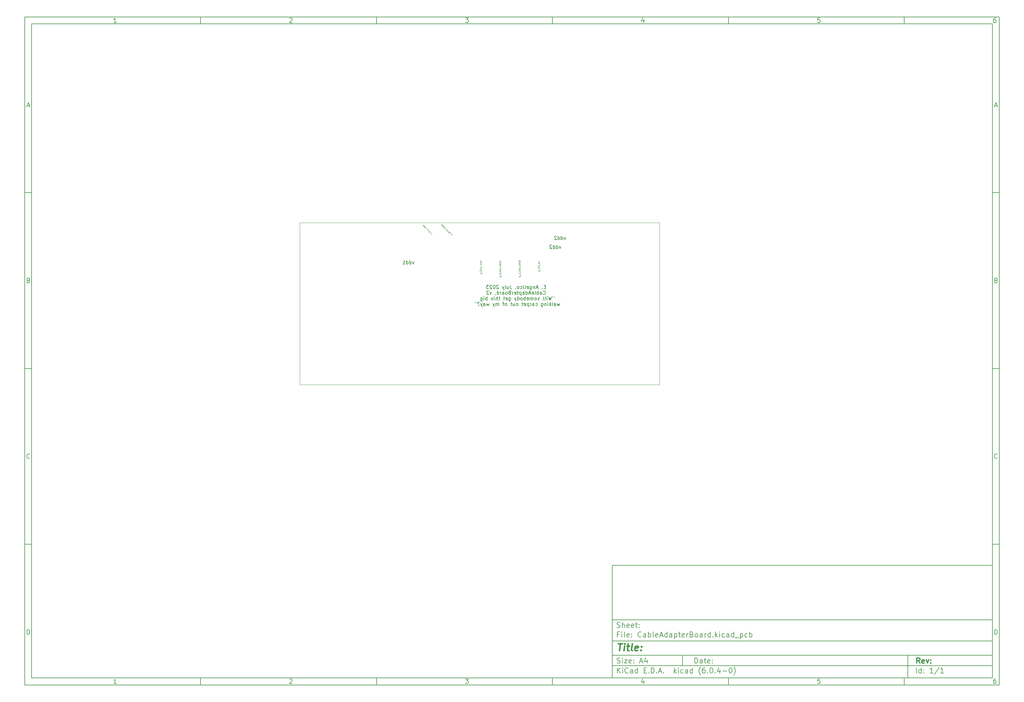
<source format=gbr>
%TF.GenerationSoftware,KiCad,Pcbnew,(6.0.4-0)*%
%TF.CreationDate,2023-08-06T12:43:48-07:00*%
%TF.ProjectId,CableAdapterBoard,4361626c-6541-4646-9170-746572426f61,rev?*%
%TF.SameCoordinates,Original*%
%TF.FileFunction,Legend,Bot*%
%TF.FilePolarity,Positive*%
%FSLAX46Y46*%
G04 Gerber Fmt 4.6, Leading zero omitted, Abs format (unit mm)*
G04 Created by KiCad (PCBNEW (6.0.4-0)) date 2023-08-06 12:43:48*
%MOMM*%
%LPD*%
G01*
G04 APERTURE LIST*
%ADD10C,0.100000*%
%ADD11C,0.150000*%
%ADD12C,0.300000*%
%ADD13C,0.400000*%
%TA.AperFunction,Profile*%
%ADD14C,0.100000*%
%TD*%
%ADD15C,0.125000*%
G04 APERTURE END LIST*
D10*
D11*
X177002200Y-166007200D02*
X177002200Y-198007200D01*
X285002200Y-198007200D01*
X285002200Y-166007200D01*
X177002200Y-166007200D01*
D10*
D11*
X10000000Y-10000000D02*
X10000000Y-200007200D01*
X287002200Y-200007200D01*
X287002200Y-10000000D01*
X10000000Y-10000000D01*
D10*
D11*
X12000000Y-12000000D02*
X12000000Y-198007200D01*
X285002200Y-198007200D01*
X285002200Y-12000000D01*
X12000000Y-12000000D01*
D10*
D11*
X60000000Y-12000000D02*
X60000000Y-10000000D01*
D10*
D11*
X110000000Y-12000000D02*
X110000000Y-10000000D01*
D10*
D11*
X160000000Y-12000000D02*
X160000000Y-10000000D01*
D10*
D11*
X210000000Y-12000000D02*
X210000000Y-10000000D01*
D10*
D11*
X260000000Y-12000000D02*
X260000000Y-10000000D01*
D10*
D11*
X36065476Y-11588095D02*
X35322619Y-11588095D01*
X35694047Y-11588095D02*
X35694047Y-10288095D01*
X35570238Y-10473809D01*
X35446428Y-10597619D01*
X35322619Y-10659523D01*
D10*
D11*
X85322619Y-10411904D02*
X85384523Y-10350000D01*
X85508333Y-10288095D01*
X85817857Y-10288095D01*
X85941666Y-10350000D01*
X86003571Y-10411904D01*
X86065476Y-10535714D01*
X86065476Y-10659523D01*
X86003571Y-10845238D01*
X85260714Y-11588095D01*
X86065476Y-11588095D01*
D10*
D11*
X135260714Y-10288095D02*
X136065476Y-10288095D01*
X135632142Y-10783333D01*
X135817857Y-10783333D01*
X135941666Y-10845238D01*
X136003571Y-10907142D01*
X136065476Y-11030952D01*
X136065476Y-11340476D01*
X136003571Y-11464285D01*
X135941666Y-11526190D01*
X135817857Y-11588095D01*
X135446428Y-11588095D01*
X135322619Y-11526190D01*
X135260714Y-11464285D01*
D10*
D11*
X185941666Y-10721428D02*
X185941666Y-11588095D01*
X185632142Y-10226190D02*
X185322619Y-11154761D01*
X186127380Y-11154761D01*
D10*
D11*
X236003571Y-10288095D02*
X235384523Y-10288095D01*
X235322619Y-10907142D01*
X235384523Y-10845238D01*
X235508333Y-10783333D01*
X235817857Y-10783333D01*
X235941666Y-10845238D01*
X236003571Y-10907142D01*
X236065476Y-11030952D01*
X236065476Y-11340476D01*
X236003571Y-11464285D01*
X235941666Y-11526190D01*
X235817857Y-11588095D01*
X235508333Y-11588095D01*
X235384523Y-11526190D01*
X235322619Y-11464285D01*
D10*
D11*
X285941666Y-10288095D02*
X285694047Y-10288095D01*
X285570238Y-10350000D01*
X285508333Y-10411904D01*
X285384523Y-10597619D01*
X285322619Y-10845238D01*
X285322619Y-11340476D01*
X285384523Y-11464285D01*
X285446428Y-11526190D01*
X285570238Y-11588095D01*
X285817857Y-11588095D01*
X285941666Y-11526190D01*
X286003571Y-11464285D01*
X286065476Y-11340476D01*
X286065476Y-11030952D01*
X286003571Y-10907142D01*
X285941666Y-10845238D01*
X285817857Y-10783333D01*
X285570238Y-10783333D01*
X285446428Y-10845238D01*
X285384523Y-10907142D01*
X285322619Y-11030952D01*
D10*
D11*
X60000000Y-198007200D02*
X60000000Y-200007200D01*
D10*
D11*
X110000000Y-198007200D02*
X110000000Y-200007200D01*
D10*
D11*
X160000000Y-198007200D02*
X160000000Y-200007200D01*
D10*
D11*
X210000000Y-198007200D02*
X210000000Y-200007200D01*
D10*
D11*
X260000000Y-198007200D02*
X260000000Y-200007200D01*
D10*
D11*
X36065476Y-199595295D02*
X35322619Y-199595295D01*
X35694047Y-199595295D02*
X35694047Y-198295295D01*
X35570238Y-198481009D01*
X35446428Y-198604819D01*
X35322619Y-198666723D01*
D10*
D11*
X85322619Y-198419104D02*
X85384523Y-198357200D01*
X85508333Y-198295295D01*
X85817857Y-198295295D01*
X85941666Y-198357200D01*
X86003571Y-198419104D01*
X86065476Y-198542914D01*
X86065476Y-198666723D01*
X86003571Y-198852438D01*
X85260714Y-199595295D01*
X86065476Y-199595295D01*
D10*
D11*
X135260714Y-198295295D02*
X136065476Y-198295295D01*
X135632142Y-198790533D01*
X135817857Y-198790533D01*
X135941666Y-198852438D01*
X136003571Y-198914342D01*
X136065476Y-199038152D01*
X136065476Y-199347676D01*
X136003571Y-199471485D01*
X135941666Y-199533390D01*
X135817857Y-199595295D01*
X135446428Y-199595295D01*
X135322619Y-199533390D01*
X135260714Y-199471485D01*
D10*
D11*
X185941666Y-198728628D02*
X185941666Y-199595295D01*
X185632142Y-198233390D02*
X185322619Y-199161961D01*
X186127380Y-199161961D01*
D10*
D11*
X236003571Y-198295295D02*
X235384523Y-198295295D01*
X235322619Y-198914342D01*
X235384523Y-198852438D01*
X235508333Y-198790533D01*
X235817857Y-198790533D01*
X235941666Y-198852438D01*
X236003571Y-198914342D01*
X236065476Y-199038152D01*
X236065476Y-199347676D01*
X236003571Y-199471485D01*
X235941666Y-199533390D01*
X235817857Y-199595295D01*
X235508333Y-199595295D01*
X235384523Y-199533390D01*
X235322619Y-199471485D01*
D10*
D11*
X285941666Y-198295295D02*
X285694047Y-198295295D01*
X285570238Y-198357200D01*
X285508333Y-198419104D01*
X285384523Y-198604819D01*
X285322619Y-198852438D01*
X285322619Y-199347676D01*
X285384523Y-199471485D01*
X285446428Y-199533390D01*
X285570238Y-199595295D01*
X285817857Y-199595295D01*
X285941666Y-199533390D01*
X286003571Y-199471485D01*
X286065476Y-199347676D01*
X286065476Y-199038152D01*
X286003571Y-198914342D01*
X285941666Y-198852438D01*
X285817857Y-198790533D01*
X285570238Y-198790533D01*
X285446428Y-198852438D01*
X285384523Y-198914342D01*
X285322619Y-199038152D01*
D10*
D11*
X10000000Y-60000000D02*
X12000000Y-60000000D01*
D10*
D11*
X10000000Y-110000000D02*
X12000000Y-110000000D01*
D10*
D11*
X10000000Y-160000000D02*
X12000000Y-160000000D01*
D10*
D11*
X10690476Y-35216666D02*
X11309523Y-35216666D01*
X10566666Y-35588095D02*
X11000000Y-34288095D01*
X11433333Y-35588095D01*
D10*
D11*
X11092857Y-84907142D02*
X11278571Y-84969047D01*
X11340476Y-85030952D01*
X11402380Y-85154761D01*
X11402380Y-85340476D01*
X11340476Y-85464285D01*
X11278571Y-85526190D01*
X11154761Y-85588095D01*
X10659523Y-85588095D01*
X10659523Y-84288095D01*
X11092857Y-84288095D01*
X11216666Y-84350000D01*
X11278571Y-84411904D01*
X11340476Y-84535714D01*
X11340476Y-84659523D01*
X11278571Y-84783333D01*
X11216666Y-84845238D01*
X11092857Y-84907142D01*
X10659523Y-84907142D01*
D10*
D11*
X11402380Y-135464285D02*
X11340476Y-135526190D01*
X11154761Y-135588095D01*
X11030952Y-135588095D01*
X10845238Y-135526190D01*
X10721428Y-135402380D01*
X10659523Y-135278571D01*
X10597619Y-135030952D01*
X10597619Y-134845238D01*
X10659523Y-134597619D01*
X10721428Y-134473809D01*
X10845238Y-134350000D01*
X11030952Y-134288095D01*
X11154761Y-134288095D01*
X11340476Y-134350000D01*
X11402380Y-134411904D01*
D10*
D11*
X10659523Y-185588095D02*
X10659523Y-184288095D01*
X10969047Y-184288095D01*
X11154761Y-184350000D01*
X11278571Y-184473809D01*
X11340476Y-184597619D01*
X11402380Y-184845238D01*
X11402380Y-185030952D01*
X11340476Y-185278571D01*
X11278571Y-185402380D01*
X11154761Y-185526190D01*
X10969047Y-185588095D01*
X10659523Y-185588095D01*
D10*
D11*
X287002200Y-60000000D02*
X285002200Y-60000000D01*
D10*
D11*
X287002200Y-110000000D02*
X285002200Y-110000000D01*
D10*
D11*
X287002200Y-160000000D02*
X285002200Y-160000000D01*
D10*
D11*
X285692676Y-35216666D02*
X286311723Y-35216666D01*
X285568866Y-35588095D02*
X286002200Y-34288095D01*
X286435533Y-35588095D01*
D10*
D11*
X286095057Y-84907142D02*
X286280771Y-84969047D01*
X286342676Y-85030952D01*
X286404580Y-85154761D01*
X286404580Y-85340476D01*
X286342676Y-85464285D01*
X286280771Y-85526190D01*
X286156961Y-85588095D01*
X285661723Y-85588095D01*
X285661723Y-84288095D01*
X286095057Y-84288095D01*
X286218866Y-84350000D01*
X286280771Y-84411904D01*
X286342676Y-84535714D01*
X286342676Y-84659523D01*
X286280771Y-84783333D01*
X286218866Y-84845238D01*
X286095057Y-84907142D01*
X285661723Y-84907142D01*
D10*
D11*
X286404580Y-135464285D02*
X286342676Y-135526190D01*
X286156961Y-135588095D01*
X286033152Y-135588095D01*
X285847438Y-135526190D01*
X285723628Y-135402380D01*
X285661723Y-135278571D01*
X285599819Y-135030952D01*
X285599819Y-134845238D01*
X285661723Y-134597619D01*
X285723628Y-134473809D01*
X285847438Y-134350000D01*
X286033152Y-134288095D01*
X286156961Y-134288095D01*
X286342676Y-134350000D01*
X286404580Y-134411904D01*
D10*
D11*
X285661723Y-185588095D02*
X285661723Y-184288095D01*
X285971247Y-184288095D01*
X286156961Y-184350000D01*
X286280771Y-184473809D01*
X286342676Y-184597619D01*
X286404580Y-184845238D01*
X286404580Y-185030952D01*
X286342676Y-185278571D01*
X286280771Y-185402380D01*
X286156961Y-185526190D01*
X285971247Y-185588095D01*
X285661723Y-185588095D01*
D10*
D11*
X200434342Y-193785771D02*
X200434342Y-192285771D01*
X200791485Y-192285771D01*
X201005771Y-192357200D01*
X201148628Y-192500057D01*
X201220057Y-192642914D01*
X201291485Y-192928628D01*
X201291485Y-193142914D01*
X201220057Y-193428628D01*
X201148628Y-193571485D01*
X201005771Y-193714342D01*
X200791485Y-193785771D01*
X200434342Y-193785771D01*
X202577200Y-193785771D02*
X202577200Y-193000057D01*
X202505771Y-192857200D01*
X202362914Y-192785771D01*
X202077200Y-192785771D01*
X201934342Y-192857200D01*
X202577200Y-193714342D02*
X202434342Y-193785771D01*
X202077200Y-193785771D01*
X201934342Y-193714342D01*
X201862914Y-193571485D01*
X201862914Y-193428628D01*
X201934342Y-193285771D01*
X202077200Y-193214342D01*
X202434342Y-193214342D01*
X202577200Y-193142914D01*
X203077200Y-192785771D02*
X203648628Y-192785771D01*
X203291485Y-192285771D02*
X203291485Y-193571485D01*
X203362914Y-193714342D01*
X203505771Y-193785771D01*
X203648628Y-193785771D01*
X204720057Y-193714342D02*
X204577200Y-193785771D01*
X204291485Y-193785771D01*
X204148628Y-193714342D01*
X204077200Y-193571485D01*
X204077200Y-193000057D01*
X204148628Y-192857200D01*
X204291485Y-192785771D01*
X204577200Y-192785771D01*
X204720057Y-192857200D01*
X204791485Y-193000057D01*
X204791485Y-193142914D01*
X204077200Y-193285771D01*
X205434342Y-193642914D02*
X205505771Y-193714342D01*
X205434342Y-193785771D01*
X205362914Y-193714342D01*
X205434342Y-193642914D01*
X205434342Y-193785771D01*
X205434342Y-192857200D02*
X205505771Y-192928628D01*
X205434342Y-193000057D01*
X205362914Y-192928628D01*
X205434342Y-192857200D01*
X205434342Y-193000057D01*
D10*
D11*
X177002200Y-194507200D02*
X285002200Y-194507200D01*
D10*
D11*
X178434342Y-196585771D02*
X178434342Y-195085771D01*
X179291485Y-196585771D02*
X178648628Y-195728628D01*
X179291485Y-195085771D02*
X178434342Y-195942914D01*
X179934342Y-196585771D02*
X179934342Y-195585771D01*
X179934342Y-195085771D02*
X179862914Y-195157200D01*
X179934342Y-195228628D01*
X180005771Y-195157200D01*
X179934342Y-195085771D01*
X179934342Y-195228628D01*
X181505771Y-196442914D02*
X181434342Y-196514342D01*
X181220057Y-196585771D01*
X181077200Y-196585771D01*
X180862914Y-196514342D01*
X180720057Y-196371485D01*
X180648628Y-196228628D01*
X180577200Y-195942914D01*
X180577200Y-195728628D01*
X180648628Y-195442914D01*
X180720057Y-195300057D01*
X180862914Y-195157200D01*
X181077200Y-195085771D01*
X181220057Y-195085771D01*
X181434342Y-195157200D01*
X181505771Y-195228628D01*
X182791485Y-196585771D02*
X182791485Y-195800057D01*
X182720057Y-195657200D01*
X182577200Y-195585771D01*
X182291485Y-195585771D01*
X182148628Y-195657200D01*
X182791485Y-196514342D02*
X182648628Y-196585771D01*
X182291485Y-196585771D01*
X182148628Y-196514342D01*
X182077200Y-196371485D01*
X182077200Y-196228628D01*
X182148628Y-196085771D01*
X182291485Y-196014342D01*
X182648628Y-196014342D01*
X182791485Y-195942914D01*
X184148628Y-196585771D02*
X184148628Y-195085771D01*
X184148628Y-196514342D02*
X184005771Y-196585771D01*
X183720057Y-196585771D01*
X183577200Y-196514342D01*
X183505771Y-196442914D01*
X183434342Y-196300057D01*
X183434342Y-195871485D01*
X183505771Y-195728628D01*
X183577200Y-195657200D01*
X183720057Y-195585771D01*
X184005771Y-195585771D01*
X184148628Y-195657200D01*
X186005771Y-195800057D02*
X186505771Y-195800057D01*
X186720057Y-196585771D02*
X186005771Y-196585771D01*
X186005771Y-195085771D01*
X186720057Y-195085771D01*
X187362914Y-196442914D02*
X187434342Y-196514342D01*
X187362914Y-196585771D01*
X187291485Y-196514342D01*
X187362914Y-196442914D01*
X187362914Y-196585771D01*
X188077200Y-196585771D02*
X188077200Y-195085771D01*
X188434342Y-195085771D01*
X188648628Y-195157200D01*
X188791485Y-195300057D01*
X188862914Y-195442914D01*
X188934342Y-195728628D01*
X188934342Y-195942914D01*
X188862914Y-196228628D01*
X188791485Y-196371485D01*
X188648628Y-196514342D01*
X188434342Y-196585771D01*
X188077200Y-196585771D01*
X189577200Y-196442914D02*
X189648628Y-196514342D01*
X189577200Y-196585771D01*
X189505771Y-196514342D01*
X189577200Y-196442914D01*
X189577200Y-196585771D01*
X190220057Y-196157200D02*
X190934342Y-196157200D01*
X190077200Y-196585771D02*
X190577200Y-195085771D01*
X191077200Y-196585771D01*
X191577200Y-196442914D02*
X191648628Y-196514342D01*
X191577200Y-196585771D01*
X191505771Y-196514342D01*
X191577200Y-196442914D01*
X191577200Y-196585771D01*
X194577200Y-196585771D02*
X194577200Y-195085771D01*
X194720057Y-196014342D02*
X195148628Y-196585771D01*
X195148628Y-195585771D02*
X194577200Y-196157200D01*
X195791485Y-196585771D02*
X195791485Y-195585771D01*
X195791485Y-195085771D02*
X195720057Y-195157200D01*
X195791485Y-195228628D01*
X195862914Y-195157200D01*
X195791485Y-195085771D01*
X195791485Y-195228628D01*
X197148628Y-196514342D02*
X197005771Y-196585771D01*
X196720057Y-196585771D01*
X196577200Y-196514342D01*
X196505771Y-196442914D01*
X196434342Y-196300057D01*
X196434342Y-195871485D01*
X196505771Y-195728628D01*
X196577200Y-195657200D01*
X196720057Y-195585771D01*
X197005771Y-195585771D01*
X197148628Y-195657200D01*
X198434342Y-196585771D02*
X198434342Y-195800057D01*
X198362914Y-195657200D01*
X198220057Y-195585771D01*
X197934342Y-195585771D01*
X197791485Y-195657200D01*
X198434342Y-196514342D02*
X198291485Y-196585771D01*
X197934342Y-196585771D01*
X197791485Y-196514342D01*
X197720057Y-196371485D01*
X197720057Y-196228628D01*
X197791485Y-196085771D01*
X197934342Y-196014342D01*
X198291485Y-196014342D01*
X198434342Y-195942914D01*
X199791485Y-196585771D02*
X199791485Y-195085771D01*
X199791485Y-196514342D02*
X199648628Y-196585771D01*
X199362914Y-196585771D01*
X199220057Y-196514342D01*
X199148628Y-196442914D01*
X199077200Y-196300057D01*
X199077200Y-195871485D01*
X199148628Y-195728628D01*
X199220057Y-195657200D01*
X199362914Y-195585771D01*
X199648628Y-195585771D01*
X199791485Y-195657200D01*
X202077200Y-197157200D02*
X202005771Y-197085771D01*
X201862914Y-196871485D01*
X201791485Y-196728628D01*
X201720057Y-196514342D01*
X201648628Y-196157200D01*
X201648628Y-195871485D01*
X201720057Y-195514342D01*
X201791485Y-195300057D01*
X201862914Y-195157200D01*
X202005771Y-194942914D01*
X202077200Y-194871485D01*
X203291485Y-195085771D02*
X203005771Y-195085771D01*
X202862914Y-195157200D01*
X202791485Y-195228628D01*
X202648628Y-195442914D01*
X202577200Y-195728628D01*
X202577200Y-196300057D01*
X202648628Y-196442914D01*
X202720057Y-196514342D01*
X202862914Y-196585771D01*
X203148628Y-196585771D01*
X203291485Y-196514342D01*
X203362914Y-196442914D01*
X203434342Y-196300057D01*
X203434342Y-195942914D01*
X203362914Y-195800057D01*
X203291485Y-195728628D01*
X203148628Y-195657200D01*
X202862914Y-195657200D01*
X202720057Y-195728628D01*
X202648628Y-195800057D01*
X202577200Y-195942914D01*
X204077200Y-196442914D02*
X204148628Y-196514342D01*
X204077200Y-196585771D01*
X204005771Y-196514342D01*
X204077200Y-196442914D01*
X204077200Y-196585771D01*
X205077200Y-195085771D02*
X205220057Y-195085771D01*
X205362914Y-195157200D01*
X205434342Y-195228628D01*
X205505771Y-195371485D01*
X205577200Y-195657200D01*
X205577200Y-196014342D01*
X205505771Y-196300057D01*
X205434342Y-196442914D01*
X205362914Y-196514342D01*
X205220057Y-196585771D01*
X205077200Y-196585771D01*
X204934342Y-196514342D01*
X204862914Y-196442914D01*
X204791485Y-196300057D01*
X204720057Y-196014342D01*
X204720057Y-195657200D01*
X204791485Y-195371485D01*
X204862914Y-195228628D01*
X204934342Y-195157200D01*
X205077200Y-195085771D01*
X206220057Y-196442914D02*
X206291485Y-196514342D01*
X206220057Y-196585771D01*
X206148628Y-196514342D01*
X206220057Y-196442914D01*
X206220057Y-196585771D01*
X207577200Y-195585771D02*
X207577200Y-196585771D01*
X207220057Y-195014342D02*
X206862914Y-196085771D01*
X207791485Y-196085771D01*
X208362914Y-196014342D02*
X209505771Y-196014342D01*
X210505771Y-195085771D02*
X210648628Y-195085771D01*
X210791485Y-195157200D01*
X210862914Y-195228628D01*
X210934342Y-195371485D01*
X211005771Y-195657200D01*
X211005771Y-196014342D01*
X210934342Y-196300057D01*
X210862914Y-196442914D01*
X210791485Y-196514342D01*
X210648628Y-196585771D01*
X210505771Y-196585771D01*
X210362914Y-196514342D01*
X210291485Y-196442914D01*
X210220057Y-196300057D01*
X210148628Y-196014342D01*
X210148628Y-195657200D01*
X210220057Y-195371485D01*
X210291485Y-195228628D01*
X210362914Y-195157200D01*
X210505771Y-195085771D01*
X211505771Y-197157200D02*
X211577200Y-197085771D01*
X211720057Y-196871485D01*
X211791485Y-196728628D01*
X211862914Y-196514342D01*
X211934342Y-196157200D01*
X211934342Y-195871485D01*
X211862914Y-195514342D01*
X211791485Y-195300057D01*
X211720057Y-195157200D01*
X211577200Y-194942914D01*
X211505771Y-194871485D01*
D10*
D11*
X177002200Y-191507200D02*
X285002200Y-191507200D01*
D10*
D12*
X264411485Y-193785771D02*
X263911485Y-193071485D01*
X263554342Y-193785771D02*
X263554342Y-192285771D01*
X264125771Y-192285771D01*
X264268628Y-192357200D01*
X264340057Y-192428628D01*
X264411485Y-192571485D01*
X264411485Y-192785771D01*
X264340057Y-192928628D01*
X264268628Y-193000057D01*
X264125771Y-193071485D01*
X263554342Y-193071485D01*
X265625771Y-193714342D02*
X265482914Y-193785771D01*
X265197200Y-193785771D01*
X265054342Y-193714342D01*
X264982914Y-193571485D01*
X264982914Y-193000057D01*
X265054342Y-192857200D01*
X265197200Y-192785771D01*
X265482914Y-192785771D01*
X265625771Y-192857200D01*
X265697200Y-193000057D01*
X265697200Y-193142914D01*
X264982914Y-193285771D01*
X266197200Y-192785771D02*
X266554342Y-193785771D01*
X266911485Y-192785771D01*
X267482914Y-193642914D02*
X267554342Y-193714342D01*
X267482914Y-193785771D01*
X267411485Y-193714342D01*
X267482914Y-193642914D01*
X267482914Y-193785771D01*
X267482914Y-192857200D02*
X267554342Y-192928628D01*
X267482914Y-193000057D01*
X267411485Y-192928628D01*
X267482914Y-192857200D01*
X267482914Y-193000057D01*
D10*
D11*
X178362914Y-193714342D02*
X178577200Y-193785771D01*
X178934342Y-193785771D01*
X179077200Y-193714342D01*
X179148628Y-193642914D01*
X179220057Y-193500057D01*
X179220057Y-193357200D01*
X179148628Y-193214342D01*
X179077200Y-193142914D01*
X178934342Y-193071485D01*
X178648628Y-193000057D01*
X178505771Y-192928628D01*
X178434342Y-192857200D01*
X178362914Y-192714342D01*
X178362914Y-192571485D01*
X178434342Y-192428628D01*
X178505771Y-192357200D01*
X178648628Y-192285771D01*
X179005771Y-192285771D01*
X179220057Y-192357200D01*
X179862914Y-193785771D02*
X179862914Y-192785771D01*
X179862914Y-192285771D02*
X179791485Y-192357200D01*
X179862914Y-192428628D01*
X179934342Y-192357200D01*
X179862914Y-192285771D01*
X179862914Y-192428628D01*
X180434342Y-192785771D02*
X181220057Y-192785771D01*
X180434342Y-193785771D01*
X181220057Y-193785771D01*
X182362914Y-193714342D02*
X182220057Y-193785771D01*
X181934342Y-193785771D01*
X181791485Y-193714342D01*
X181720057Y-193571485D01*
X181720057Y-193000057D01*
X181791485Y-192857200D01*
X181934342Y-192785771D01*
X182220057Y-192785771D01*
X182362914Y-192857200D01*
X182434342Y-193000057D01*
X182434342Y-193142914D01*
X181720057Y-193285771D01*
X183077200Y-193642914D02*
X183148628Y-193714342D01*
X183077200Y-193785771D01*
X183005771Y-193714342D01*
X183077200Y-193642914D01*
X183077200Y-193785771D01*
X183077200Y-192857200D02*
X183148628Y-192928628D01*
X183077200Y-193000057D01*
X183005771Y-192928628D01*
X183077200Y-192857200D01*
X183077200Y-193000057D01*
X184862914Y-193357200D02*
X185577200Y-193357200D01*
X184720057Y-193785771D02*
X185220057Y-192285771D01*
X185720057Y-193785771D01*
X186862914Y-192785771D02*
X186862914Y-193785771D01*
X186505771Y-192214342D02*
X186148628Y-193285771D01*
X187077200Y-193285771D01*
D10*
D11*
X263434342Y-196585771D02*
X263434342Y-195085771D01*
X264791485Y-196585771D02*
X264791485Y-195085771D01*
X264791485Y-196514342D02*
X264648628Y-196585771D01*
X264362914Y-196585771D01*
X264220057Y-196514342D01*
X264148628Y-196442914D01*
X264077200Y-196300057D01*
X264077200Y-195871485D01*
X264148628Y-195728628D01*
X264220057Y-195657200D01*
X264362914Y-195585771D01*
X264648628Y-195585771D01*
X264791485Y-195657200D01*
X265505771Y-196442914D02*
X265577200Y-196514342D01*
X265505771Y-196585771D01*
X265434342Y-196514342D01*
X265505771Y-196442914D01*
X265505771Y-196585771D01*
X265505771Y-195657200D02*
X265577200Y-195728628D01*
X265505771Y-195800057D01*
X265434342Y-195728628D01*
X265505771Y-195657200D01*
X265505771Y-195800057D01*
X268148628Y-196585771D02*
X267291485Y-196585771D01*
X267720057Y-196585771D02*
X267720057Y-195085771D01*
X267577200Y-195300057D01*
X267434342Y-195442914D01*
X267291485Y-195514342D01*
X269862914Y-195014342D02*
X268577200Y-196942914D01*
X271148628Y-196585771D02*
X270291485Y-196585771D01*
X270720057Y-196585771D02*
X270720057Y-195085771D01*
X270577200Y-195300057D01*
X270434342Y-195442914D01*
X270291485Y-195514342D01*
D10*
D11*
X177002200Y-187507200D02*
X285002200Y-187507200D01*
D10*
D13*
X178714580Y-188211961D02*
X179857438Y-188211961D01*
X179036009Y-190211961D02*
X179286009Y-188211961D01*
X180274104Y-190211961D02*
X180440771Y-188878628D01*
X180524104Y-188211961D02*
X180416961Y-188307200D01*
X180500295Y-188402438D01*
X180607438Y-188307200D01*
X180524104Y-188211961D01*
X180500295Y-188402438D01*
X181107438Y-188878628D02*
X181869342Y-188878628D01*
X181476485Y-188211961D02*
X181262200Y-189926247D01*
X181333628Y-190116723D01*
X181512200Y-190211961D01*
X181702676Y-190211961D01*
X182655057Y-190211961D02*
X182476485Y-190116723D01*
X182405057Y-189926247D01*
X182619342Y-188211961D01*
X184190771Y-190116723D02*
X183988390Y-190211961D01*
X183607438Y-190211961D01*
X183428866Y-190116723D01*
X183357438Y-189926247D01*
X183452676Y-189164342D01*
X183571723Y-188973866D01*
X183774104Y-188878628D01*
X184155057Y-188878628D01*
X184333628Y-188973866D01*
X184405057Y-189164342D01*
X184381247Y-189354819D01*
X183405057Y-189545295D01*
X185155057Y-190021485D02*
X185238390Y-190116723D01*
X185131247Y-190211961D01*
X185047914Y-190116723D01*
X185155057Y-190021485D01*
X185131247Y-190211961D01*
X185286009Y-188973866D02*
X185369342Y-189069104D01*
X185262200Y-189164342D01*
X185178866Y-189069104D01*
X185286009Y-188973866D01*
X185262200Y-189164342D01*
D10*
D11*
X178934342Y-185600057D02*
X178434342Y-185600057D01*
X178434342Y-186385771D02*
X178434342Y-184885771D01*
X179148628Y-184885771D01*
X179720057Y-186385771D02*
X179720057Y-185385771D01*
X179720057Y-184885771D02*
X179648628Y-184957200D01*
X179720057Y-185028628D01*
X179791485Y-184957200D01*
X179720057Y-184885771D01*
X179720057Y-185028628D01*
X180648628Y-186385771D02*
X180505771Y-186314342D01*
X180434342Y-186171485D01*
X180434342Y-184885771D01*
X181791485Y-186314342D02*
X181648628Y-186385771D01*
X181362914Y-186385771D01*
X181220057Y-186314342D01*
X181148628Y-186171485D01*
X181148628Y-185600057D01*
X181220057Y-185457200D01*
X181362914Y-185385771D01*
X181648628Y-185385771D01*
X181791485Y-185457200D01*
X181862914Y-185600057D01*
X181862914Y-185742914D01*
X181148628Y-185885771D01*
X182505771Y-186242914D02*
X182577200Y-186314342D01*
X182505771Y-186385771D01*
X182434342Y-186314342D01*
X182505771Y-186242914D01*
X182505771Y-186385771D01*
X182505771Y-185457200D02*
X182577200Y-185528628D01*
X182505771Y-185600057D01*
X182434342Y-185528628D01*
X182505771Y-185457200D01*
X182505771Y-185600057D01*
X185220057Y-186242914D02*
X185148628Y-186314342D01*
X184934342Y-186385771D01*
X184791485Y-186385771D01*
X184577200Y-186314342D01*
X184434342Y-186171485D01*
X184362914Y-186028628D01*
X184291485Y-185742914D01*
X184291485Y-185528628D01*
X184362914Y-185242914D01*
X184434342Y-185100057D01*
X184577200Y-184957200D01*
X184791485Y-184885771D01*
X184934342Y-184885771D01*
X185148628Y-184957200D01*
X185220057Y-185028628D01*
X186505771Y-186385771D02*
X186505771Y-185600057D01*
X186434342Y-185457200D01*
X186291485Y-185385771D01*
X186005771Y-185385771D01*
X185862914Y-185457200D01*
X186505771Y-186314342D02*
X186362914Y-186385771D01*
X186005771Y-186385771D01*
X185862914Y-186314342D01*
X185791485Y-186171485D01*
X185791485Y-186028628D01*
X185862914Y-185885771D01*
X186005771Y-185814342D01*
X186362914Y-185814342D01*
X186505771Y-185742914D01*
X187220057Y-186385771D02*
X187220057Y-184885771D01*
X187220057Y-185457200D02*
X187362914Y-185385771D01*
X187648628Y-185385771D01*
X187791485Y-185457200D01*
X187862914Y-185528628D01*
X187934342Y-185671485D01*
X187934342Y-186100057D01*
X187862914Y-186242914D01*
X187791485Y-186314342D01*
X187648628Y-186385771D01*
X187362914Y-186385771D01*
X187220057Y-186314342D01*
X188791485Y-186385771D02*
X188648628Y-186314342D01*
X188577200Y-186171485D01*
X188577200Y-184885771D01*
X189934342Y-186314342D02*
X189791485Y-186385771D01*
X189505771Y-186385771D01*
X189362914Y-186314342D01*
X189291485Y-186171485D01*
X189291485Y-185600057D01*
X189362914Y-185457200D01*
X189505771Y-185385771D01*
X189791485Y-185385771D01*
X189934342Y-185457200D01*
X190005771Y-185600057D01*
X190005771Y-185742914D01*
X189291485Y-185885771D01*
X190577200Y-185957200D02*
X191291485Y-185957200D01*
X190434342Y-186385771D02*
X190934342Y-184885771D01*
X191434342Y-186385771D01*
X192577200Y-186385771D02*
X192577200Y-184885771D01*
X192577200Y-186314342D02*
X192434342Y-186385771D01*
X192148628Y-186385771D01*
X192005771Y-186314342D01*
X191934342Y-186242914D01*
X191862914Y-186100057D01*
X191862914Y-185671485D01*
X191934342Y-185528628D01*
X192005771Y-185457200D01*
X192148628Y-185385771D01*
X192434342Y-185385771D01*
X192577200Y-185457200D01*
X193934342Y-186385771D02*
X193934342Y-185600057D01*
X193862914Y-185457200D01*
X193720057Y-185385771D01*
X193434342Y-185385771D01*
X193291485Y-185457200D01*
X193934342Y-186314342D02*
X193791485Y-186385771D01*
X193434342Y-186385771D01*
X193291485Y-186314342D01*
X193220057Y-186171485D01*
X193220057Y-186028628D01*
X193291485Y-185885771D01*
X193434342Y-185814342D01*
X193791485Y-185814342D01*
X193934342Y-185742914D01*
X194648628Y-185385771D02*
X194648628Y-186885771D01*
X194648628Y-185457200D02*
X194791485Y-185385771D01*
X195077200Y-185385771D01*
X195220057Y-185457200D01*
X195291485Y-185528628D01*
X195362914Y-185671485D01*
X195362914Y-186100057D01*
X195291485Y-186242914D01*
X195220057Y-186314342D01*
X195077200Y-186385771D01*
X194791485Y-186385771D01*
X194648628Y-186314342D01*
X195791485Y-185385771D02*
X196362914Y-185385771D01*
X196005771Y-184885771D02*
X196005771Y-186171485D01*
X196077200Y-186314342D01*
X196220057Y-186385771D01*
X196362914Y-186385771D01*
X197434342Y-186314342D02*
X197291485Y-186385771D01*
X197005771Y-186385771D01*
X196862914Y-186314342D01*
X196791485Y-186171485D01*
X196791485Y-185600057D01*
X196862914Y-185457200D01*
X197005771Y-185385771D01*
X197291485Y-185385771D01*
X197434342Y-185457200D01*
X197505771Y-185600057D01*
X197505771Y-185742914D01*
X196791485Y-185885771D01*
X198148628Y-186385771D02*
X198148628Y-185385771D01*
X198148628Y-185671485D02*
X198220057Y-185528628D01*
X198291485Y-185457200D01*
X198434342Y-185385771D01*
X198577200Y-185385771D01*
X199577200Y-185600057D02*
X199791485Y-185671485D01*
X199862914Y-185742914D01*
X199934342Y-185885771D01*
X199934342Y-186100057D01*
X199862914Y-186242914D01*
X199791485Y-186314342D01*
X199648628Y-186385771D01*
X199077200Y-186385771D01*
X199077200Y-184885771D01*
X199577200Y-184885771D01*
X199720057Y-184957200D01*
X199791485Y-185028628D01*
X199862914Y-185171485D01*
X199862914Y-185314342D01*
X199791485Y-185457200D01*
X199720057Y-185528628D01*
X199577200Y-185600057D01*
X199077200Y-185600057D01*
X200791485Y-186385771D02*
X200648628Y-186314342D01*
X200577200Y-186242914D01*
X200505771Y-186100057D01*
X200505771Y-185671485D01*
X200577200Y-185528628D01*
X200648628Y-185457200D01*
X200791485Y-185385771D01*
X201005771Y-185385771D01*
X201148628Y-185457200D01*
X201220057Y-185528628D01*
X201291485Y-185671485D01*
X201291485Y-186100057D01*
X201220057Y-186242914D01*
X201148628Y-186314342D01*
X201005771Y-186385771D01*
X200791485Y-186385771D01*
X202577200Y-186385771D02*
X202577200Y-185600057D01*
X202505771Y-185457200D01*
X202362914Y-185385771D01*
X202077200Y-185385771D01*
X201934342Y-185457200D01*
X202577200Y-186314342D02*
X202434342Y-186385771D01*
X202077200Y-186385771D01*
X201934342Y-186314342D01*
X201862914Y-186171485D01*
X201862914Y-186028628D01*
X201934342Y-185885771D01*
X202077200Y-185814342D01*
X202434342Y-185814342D01*
X202577200Y-185742914D01*
X203291485Y-186385771D02*
X203291485Y-185385771D01*
X203291485Y-185671485D02*
X203362914Y-185528628D01*
X203434342Y-185457200D01*
X203577200Y-185385771D01*
X203720057Y-185385771D01*
X204862914Y-186385771D02*
X204862914Y-184885771D01*
X204862914Y-186314342D02*
X204720057Y-186385771D01*
X204434342Y-186385771D01*
X204291485Y-186314342D01*
X204220057Y-186242914D01*
X204148628Y-186100057D01*
X204148628Y-185671485D01*
X204220057Y-185528628D01*
X204291485Y-185457200D01*
X204434342Y-185385771D01*
X204720057Y-185385771D01*
X204862914Y-185457200D01*
X205577200Y-186242914D02*
X205648628Y-186314342D01*
X205577200Y-186385771D01*
X205505771Y-186314342D01*
X205577200Y-186242914D01*
X205577200Y-186385771D01*
X206291485Y-186385771D02*
X206291485Y-184885771D01*
X206434342Y-185814342D02*
X206862914Y-186385771D01*
X206862914Y-185385771D02*
X206291485Y-185957200D01*
X207505771Y-186385771D02*
X207505771Y-185385771D01*
X207505771Y-184885771D02*
X207434342Y-184957200D01*
X207505771Y-185028628D01*
X207577200Y-184957200D01*
X207505771Y-184885771D01*
X207505771Y-185028628D01*
X208862914Y-186314342D02*
X208720057Y-186385771D01*
X208434342Y-186385771D01*
X208291485Y-186314342D01*
X208220057Y-186242914D01*
X208148628Y-186100057D01*
X208148628Y-185671485D01*
X208220057Y-185528628D01*
X208291485Y-185457200D01*
X208434342Y-185385771D01*
X208720057Y-185385771D01*
X208862914Y-185457200D01*
X210148628Y-186385771D02*
X210148628Y-185600057D01*
X210077200Y-185457200D01*
X209934342Y-185385771D01*
X209648628Y-185385771D01*
X209505771Y-185457200D01*
X210148628Y-186314342D02*
X210005771Y-186385771D01*
X209648628Y-186385771D01*
X209505771Y-186314342D01*
X209434342Y-186171485D01*
X209434342Y-186028628D01*
X209505771Y-185885771D01*
X209648628Y-185814342D01*
X210005771Y-185814342D01*
X210148628Y-185742914D01*
X211505771Y-186385771D02*
X211505771Y-184885771D01*
X211505771Y-186314342D02*
X211362914Y-186385771D01*
X211077200Y-186385771D01*
X210934342Y-186314342D01*
X210862914Y-186242914D01*
X210791485Y-186100057D01*
X210791485Y-185671485D01*
X210862914Y-185528628D01*
X210934342Y-185457200D01*
X211077200Y-185385771D01*
X211362914Y-185385771D01*
X211505771Y-185457200D01*
X211862914Y-186528628D02*
X213005771Y-186528628D01*
X213362914Y-185385771D02*
X213362914Y-186885771D01*
X213362914Y-185457200D02*
X213505771Y-185385771D01*
X213791485Y-185385771D01*
X213934342Y-185457200D01*
X214005771Y-185528628D01*
X214077200Y-185671485D01*
X214077200Y-186100057D01*
X214005771Y-186242914D01*
X213934342Y-186314342D01*
X213791485Y-186385771D01*
X213505771Y-186385771D01*
X213362914Y-186314342D01*
X215362914Y-186314342D02*
X215220057Y-186385771D01*
X214934342Y-186385771D01*
X214791485Y-186314342D01*
X214720057Y-186242914D01*
X214648628Y-186100057D01*
X214648628Y-185671485D01*
X214720057Y-185528628D01*
X214791485Y-185457200D01*
X214934342Y-185385771D01*
X215220057Y-185385771D01*
X215362914Y-185457200D01*
X216005771Y-186385771D02*
X216005771Y-184885771D01*
X216005771Y-185457200D02*
X216148628Y-185385771D01*
X216434342Y-185385771D01*
X216577200Y-185457200D01*
X216648628Y-185528628D01*
X216720057Y-185671485D01*
X216720057Y-186100057D01*
X216648628Y-186242914D01*
X216577200Y-186314342D01*
X216434342Y-186385771D01*
X216148628Y-186385771D01*
X216005771Y-186314342D01*
D10*
D11*
X177002200Y-181507200D02*
X285002200Y-181507200D01*
D10*
D11*
X178362914Y-183614342D02*
X178577200Y-183685771D01*
X178934342Y-183685771D01*
X179077200Y-183614342D01*
X179148628Y-183542914D01*
X179220057Y-183400057D01*
X179220057Y-183257200D01*
X179148628Y-183114342D01*
X179077200Y-183042914D01*
X178934342Y-182971485D01*
X178648628Y-182900057D01*
X178505771Y-182828628D01*
X178434342Y-182757200D01*
X178362914Y-182614342D01*
X178362914Y-182471485D01*
X178434342Y-182328628D01*
X178505771Y-182257200D01*
X178648628Y-182185771D01*
X179005771Y-182185771D01*
X179220057Y-182257200D01*
X179862914Y-183685771D02*
X179862914Y-182185771D01*
X180505771Y-183685771D02*
X180505771Y-182900057D01*
X180434342Y-182757200D01*
X180291485Y-182685771D01*
X180077200Y-182685771D01*
X179934342Y-182757200D01*
X179862914Y-182828628D01*
X181791485Y-183614342D02*
X181648628Y-183685771D01*
X181362914Y-183685771D01*
X181220057Y-183614342D01*
X181148628Y-183471485D01*
X181148628Y-182900057D01*
X181220057Y-182757200D01*
X181362914Y-182685771D01*
X181648628Y-182685771D01*
X181791485Y-182757200D01*
X181862914Y-182900057D01*
X181862914Y-183042914D01*
X181148628Y-183185771D01*
X183077200Y-183614342D02*
X182934342Y-183685771D01*
X182648628Y-183685771D01*
X182505771Y-183614342D01*
X182434342Y-183471485D01*
X182434342Y-182900057D01*
X182505771Y-182757200D01*
X182648628Y-182685771D01*
X182934342Y-182685771D01*
X183077200Y-182757200D01*
X183148628Y-182900057D01*
X183148628Y-183042914D01*
X182434342Y-183185771D01*
X183577200Y-182685771D02*
X184148628Y-182685771D01*
X183791485Y-182185771D02*
X183791485Y-183471485D01*
X183862914Y-183614342D01*
X184005771Y-183685771D01*
X184148628Y-183685771D01*
X184648628Y-183542914D02*
X184720057Y-183614342D01*
X184648628Y-183685771D01*
X184577200Y-183614342D01*
X184648628Y-183542914D01*
X184648628Y-183685771D01*
X184648628Y-182757200D02*
X184720057Y-182828628D01*
X184648628Y-182900057D01*
X184577200Y-182828628D01*
X184648628Y-182757200D01*
X184648628Y-182900057D01*
D10*
D12*
D10*
D11*
D10*
D11*
D10*
D11*
D10*
D11*
D10*
D11*
X197002200Y-191507200D02*
X197002200Y-194507200D01*
D10*
D11*
X261002200Y-191507200D02*
X261002200Y-198007200D01*
D14*
X190480000Y-68510000D02*
X190480000Y-114600000D01*
X190480000Y-114600000D02*
X88130000Y-114600000D01*
X88130000Y-114600000D02*
X88130000Y-68510000D01*
X88130000Y-68510000D02*
X162400000Y-68510000D01*
X162400000Y-68510000D02*
X190480000Y-68510000D01*
D15*
X123305160Y-69118950D02*
X123355668Y-69135786D01*
X123423011Y-69203129D01*
X123439847Y-69253637D01*
X123423011Y-69304145D01*
X123406175Y-69320981D01*
X123355668Y-69337816D01*
X123305160Y-69320981D01*
X123254652Y-69270473D01*
X123204145Y-69253637D01*
X123153637Y-69270473D01*
X123136801Y-69287309D01*
X123119965Y-69337816D01*
X123136801Y-69388324D01*
X123187309Y-69438832D01*
X123237816Y-69455668D01*
X123776564Y-69556683D02*
X123591370Y-69741877D01*
X123540862Y-69758713D01*
X123490355Y-69741877D01*
X123423011Y-69674534D01*
X123406175Y-69624026D01*
X123759729Y-69573519D02*
X123742893Y-69523011D01*
X123658713Y-69438832D01*
X123608206Y-69421996D01*
X123557698Y-69438832D01*
X123524026Y-69472503D01*
X123507190Y-69523011D01*
X123524026Y-69573519D01*
X123608206Y-69657698D01*
X123625042Y-69708206D01*
X124079610Y-69893400D02*
X124062774Y-69842893D01*
X123995431Y-69775549D01*
X123944923Y-69758713D01*
X123911251Y-69758713D01*
X123860744Y-69775549D01*
X123759729Y-69876564D01*
X123742893Y-69927072D01*
X123742893Y-69960744D01*
X123759729Y-70011251D01*
X123827072Y-70078595D01*
X123877580Y-70095431D01*
X124247969Y-70028087D02*
X124012267Y-70263790D01*
X123894416Y-70381641D02*
X123894416Y-70347969D01*
X123928087Y-70347969D01*
X123928087Y-70381641D01*
X123894416Y-70381641D01*
X123928087Y-70347969D01*
X124365820Y-70078595D02*
X124635194Y-70347969D01*
X124820389Y-70634179D02*
X124803553Y-70583671D01*
X124736209Y-70516328D01*
X124685702Y-70499492D01*
X124652030Y-70499492D01*
X124601522Y-70516328D01*
X124500507Y-70617343D01*
X124483671Y-70667851D01*
X124483671Y-70701522D01*
X124500507Y-70752030D01*
X124567851Y-70819374D01*
X124618358Y-70836209D01*
X125039255Y-70819374D02*
X124988748Y-70802538D01*
X124938240Y-70819374D01*
X124635194Y-71122419D01*
X125173942Y-70954061D02*
X124820389Y-71307614D01*
X125072927Y-71122419D02*
X125308629Y-71088748D01*
X125072927Y-71324450D02*
X125072927Y-71055076D01*
X125409644Y-71122419D02*
X125679018Y-71391793D01*
X125493824Y-71745347D02*
X125729526Y-71509644D01*
X125527496Y-71711675D02*
X125527496Y-71745347D01*
X125544331Y-71795854D01*
X125594839Y-71846362D01*
X125645347Y-71863198D01*
X125695854Y-71846362D01*
X125881049Y-71661167D01*
X150806190Y-79450952D02*
X150306190Y-79450952D01*
X150782380Y-79450952D02*
X150806190Y-79403333D01*
X150806190Y-79308095D01*
X150782380Y-79260476D01*
X150758571Y-79236666D01*
X150710952Y-79212857D01*
X150568095Y-79212857D01*
X150520476Y-79236666D01*
X150496666Y-79260476D01*
X150472857Y-79308095D01*
X150472857Y-79403333D01*
X150496666Y-79450952D01*
X150806190Y-79903333D02*
X150544285Y-79903333D01*
X150496666Y-79879523D01*
X150472857Y-79831904D01*
X150472857Y-79736666D01*
X150496666Y-79689047D01*
X150782380Y-79903333D02*
X150806190Y-79855714D01*
X150806190Y-79736666D01*
X150782380Y-79689047D01*
X150734761Y-79665238D01*
X150687142Y-79665238D01*
X150639523Y-79689047D01*
X150615714Y-79736666D01*
X150615714Y-79855714D01*
X150591904Y-79903333D01*
X150472857Y-80070000D02*
X150472857Y-80260476D01*
X150306190Y-80141428D02*
X150734761Y-80141428D01*
X150782380Y-80165238D01*
X150806190Y-80212857D01*
X150806190Y-80260476D01*
X150806190Y-80641428D02*
X150544285Y-80641428D01*
X150496666Y-80617619D01*
X150472857Y-80570000D01*
X150472857Y-80474761D01*
X150496666Y-80427142D01*
X150782380Y-80641428D02*
X150806190Y-80593809D01*
X150806190Y-80474761D01*
X150782380Y-80427142D01*
X150734761Y-80403333D01*
X150687142Y-80403333D01*
X150639523Y-80427142D01*
X150615714Y-80474761D01*
X150615714Y-80593809D01*
X150591904Y-80641428D01*
X150853809Y-80760476D02*
X150853809Y-81141428D01*
X150806190Y-81331904D02*
X150782380Y-81284285D01*
X150758571Y-81260476D01*
X150710952Y-81236666D01*
X150568095Y-81236666D01*
X150520476Y-81260476D01*
X150496666Y-81284285D01*
X150472857Y-81331904D01*
X150472857Y-81403333D01*
X150496666Y-81450952D01*
X150520476Y-81474761D01*
X150568095Y-81498571D01*
X150710952Y-81498571D01*
X150758571Y-81474761D01*
X150782380Y-81450952D01*
X150806190Y-81403333D01*
X150806190Y-81331904D01*
X150472857Y-81927142D02*
X150806190Y-81927142D01*
X150472857Y-81712857D02*
X150734761Y-81712857D01*
X150782380Y-81736666D01*
X150806190Y-81784285D01*
X150806190Y-81855714D01*
X150782380Y-81903333D01*
X150758571Y-81927142D01*
X150472857Y-82093809D02*
X150472857Y-82284285D01*
X150306190Y-82165238D02*
X150734761Y-82165238D01*
X150782380Y-82189047D01*
X150806190Y-82236666D01*
X150806190Y-82284285D01*
X150853809Y-82331904D02*
X150853809Y-82712857D01*
X150806190Y-83093809D02*
X150806190Y-82808095D01*
X150806190Y-82950952D02*
X150306190Y-82950952D01*
X150377619Y-82903333D01*
X150425238Y-82855714D01*
X150449047Y-82808095D01*
X150853809Y-83189047D02*
X150853809Y-83570000D01*
X150472857Y-83689047D02*
X150972857Y-83689047D01*
X150496666Y-83689047D02*
X150472857Y-83736666D01*
X150472857Y-83831904D01*
X150496666Y-83879523D01*
X150520476Y-83903333D01*
X150568095Y-83927142D01*
X150710952Y-83927142D01*
X150758571Y-83903333D01*
X150782380Y-83879523D01*
X150806190Y-83831904D01*
X150806190Y-83736666D01*
X150782380Y-83689047D01*
X145296190Y-79560952D02*
X144796190Y-79560952D01*
X145272380Y-79560952D02*
X145296190Y-79513333D01*
X145296190Y-79418095D01*
X145272380Y-79370476D01*
X145248571Y-79346666D01*
X145200952Y-79322857D01*
X145058095Y-79322857D01*
X145010476Y-79346666D01*
X144986666Y-79370476D01*
X144962857Y-79418095D01*
X144962857Y-79513333D01*
X144986666Y-79560952D01*
X145296190Y-80013333D02*
X145034285Y-80013333D01*
X144986666Y-79989523D01*
X144962857Y-79941904D01*
X144962857Y-79846666D01*
X144986666Y-79799047D01*
X145272380Y-80013333D02*
X145296190Y-79965714D01*
X145296190Y-79846666D01*
X145272380Y-79799047D01*
X145224761Y-79775238D01*
X145177142Y-79775238D01*
X145129523Y-79799047D01*
X145105714Y-79846666D01*
X145105714Y-79965714D01*
X145081904Y-80013333D01*
X144962857Y-80180000D02*
X144962857Y-80370476D01*
X144796190Y-80251428D02*
X145224761Y-80251428D01*
X145272380Y-80275238D01*
X145296190Y-80322857D01*
X145296190Y-80370476D01*
X145296190Y-80751428D02*
X145034285Y-80751428D01*
X144986666Y-80727619D01*
X144962857Y-80680000D01*
X144962857Y-80584761D01*
X144986666Y-80537142D01*
X145272380Y-80751428D02*
X145296190Y-80703809D01*
X145296190Y-80584761D01*
X145272380Y-80537142D01*
X145224761Y-80513333D01*
X145177142Y-80513333D01*
X145129523Y-80537142D01*
X145105714Y-80584761D01*
X145105714Y-80703809D01*
X145081904Y-80751428D01*
X145343809Y-80870476D02*
X145343809Y-81251428D01*
X145296190Y-81441904D02*
X145272380Y-81394285D01*
X145248571Y-81370476D01*
X145200952Y-81346666D01*
X145058095Y-81346666D01*
X145010476Y-81370476D01*
X144986666Y-81394285D01*
X144962857Y-81441904D01*
X144962857Y-81513333D01*
X144986666Y-81560952D01*
X145010476Y-81584761D01*
X145058095Y-81608571D01*
X145200952Y-81608571D01*
X145248571Y-81584761D01*
X145272380Y-81560952D01*
X145296190Y-81513333D01*
X145296190Y-81441904D01*
X144962857Y-82037142D02*
X145296190Y-82037142D01*
X144962857Y-81822857D02*
X145224761Y-81822857D01*
X145272380Y-81846666D01*
X145296190Y-81894285D01*
X145296190Y-81965714D01*
X145272380Y-82013333D01*
X145248571Y-82037142D01*
X144962857Y-82203809D02*
X144962857Y-82394285D01*
X144796190Y-82275238D02*
X145224761Y-82275238D01*
X145272380Y-82299047D01*
X145296190Y-82346666D01*
X145296190Y-82394285D01*
X145343809Y-82441904D02*
X145343809Y-82822857D01*
X144796190Y-83037142D02*
X144796190Y-83084761D01*
X144820000Y-83132380D01*
X144843809Y-83156190D01*
X144891428Y-83180000D01*
X144986666Y-83203809D01*
X145105714Y-83203809D01*
X145200952Y-83180000D01*
X145248571Y-83156190D01*
X145272380Y-83132380D01*
X145296190Y-83084761D01*
X145296190Y-83037142D01*
X145272380Y-82989523D01*
X145248571Y-82965714D01*
X145200952Y-82941904D01*
X145105714Y-82918095D01*
X144986666Y-82918095D01*
X144891428Y-82941904D01*
X144843809Y-82965714D01*
X144820000Y-82989523D01*
X144796190Y-83037142D01*
X145343809Y-83299047D02*
X145343809Y-83680000D01*
X144962857Y-83799047D02*
X145462857Y-83799047D01*
X144986666Y-83799047D02*
X144962857Y-83846666D01*
X144962857Y-83941904D01*
X144986666Y-83989523D01*
X145010476Y-84013333D01*
X145058095Y-84037142D01*
X145200952Y-84037142D01*
X145248571Y-84013333D01*
X145272380Y-83989523D01*
X145296190Y-83941904D01*
X145296190Y-83846666D01*
X145272380Y-83799047D01*
D11*
X163749047Y-72675714D02*
X163510952Y-73342380D01*
X163272857Y-72675714D01*
X162463333Y-73342380D02*
X162463333Y-72342380D01*
X162463333Y-73294761D02*
X162558571Y-73342380D01*
X162749047Y-73342380D01*
X162844285Y-73294761D01*
X162891904Y-73247142D01*
X162939523Y-73151904D01*
X162939523Y-72866190D01*
X162891904Y-72770952D01*
X162844285Y-72723333D01*
X162749047Y-72675714D01*
X162558571Y-72675714D01*
X162463333Y-72723333D01*
X161558571Y-73342380D02*
X161558571Y-72342380D01*
X161558571Y-73294761D02*
X161653809Y-73342380D01*
X161844285Y-73342380D01*
X161939523Y-73294761D01*
X161987142Y-73247142D01*
X162034761Y-73151904D01*
X162034761Y-72866190D01*
X161987142Y-72770952D01*
X161939523Y-72723333D01*
X161844285Y-72675714D01*
X161653809Y-72675714D01*
X161558571Y-72723333D01*
X161130000Y-72437619D02*
X161082380Y-72390000D01*
X160987142Y-72342380D01*
X160749047Y-72342380D01*
X160653809Y-72390000D01*
X160606190Y-72437619D01*
X160558571Y-72532857D01*
X160558571Y-72628095D01*
X160606190Y-72770952D01*
X161177619Y-73342380D01*
X160558571Y-73342380D01*
X162379047Y-75235714D02*
X162140952Y-75902380D01*
X161902857Y-75235714D01*
X161093333Y-75902380D02*
X161093333Y-74902380D01*
X161093333Y-75854761D02*
X161188571Y-75902380D01*
X161379047Y-75902380D01*
X161474285Y-75854761D01*
X161521904Y-75807142D01*
X161569523Y-75711904D01*
X161569523Y-75426190D01*
X161521904Y-75330952D01*
X161474285Y-75283333D01*
X161379047Y-75235714D01*
X161188571Y-75235714D01*
X161093333Y-75283333D01*
X160188571Y-75902380D02*
X160188571Y-74902380D01*
X160188571Y-75854761D02*
X160283809Y-75902380D01*
X160474285Y-75902380D01*
X160569523Y-75854761D01*
X160617142Y-75807142D01*
X160664761Y-75711904D01*
X160664761Y-75426190D01*
X160617142Y-75330952D01*
X160569523Y-75283333D01*
X160474285Y-75235714D01*
X160283809Y-75235714D01*
X160188571Y-75283333D01*
X159760000Y-74997619D02*
X159712380Y-74950000D01*
X159617142Y-74902380D01*
X159379047Y-74902380D01*
X159283809Y-74950000D01*
X159236190Y-74997619D01*
X159188571Y-75092857D01*
X159188571Y-75188095D01*
X159236190Y-75330952D01*
X159807619Y-75902380D01*
X159188571Y-75902380D01*
X157982142Y-86763571D02*
X157648809Y-86763571D01*
X157505952Y-87287380D02*
X157982142Y-87287380D01*
X157982142Y-86287380D01*
X157505952Y-86287380D01*
X157077380Y-87192142D02*
X157029761Y-87239761D01*
X157077380Y-87287380D01*
X157125000Y-87239761D01*
X157077380Y-87192142D01*
X157077380Y-87287380D01*
X155886904Y-87001666D02*
X155410714Y-87001666D01*
X155982142Y-87287380D02*
X155648809Y-86287380D01*
X155315476Y-87287380D01*
X154982142Y-86620714D02*
X154982142Y-87287380D01*
X154982142Y-86715952D02*
X154934523Y-86668333D01*
X154839285Y-86620714D01*
X154696428Y-86620714D01*
X154601190Y-86668333D01*
X154553571Y-86763571D01*
X154553571Y-87287380D01*
X153648809Y-86620714D02*
X153648809Y-87430238D01*
X153696428Y-87525476D01*
X153744047Y-87573095D01*
X153839285Y-87620714D01*
X153982142Y-87620714D01*
X154077380Y-87573095D01*
X153648809Y-87239761D02*
X153744047Y-87287380D01*
X153934523Y-87287380D01*
X154029761Y-87239761D01*
X154077380Y-87192142D01*
X154125000Y-87096904D01*
X154125000Y-86811190D01*
X154077380Y-86715952D01*
X154029761Y-86668333D01*
X153934523Y-86620714D01*
X153744047Y-86620714D01*
X153648809Y-86668333D01*
X152791666Y-87239761D02*
X152886904Y-87287380D01*
X153077380Y-87287380D01*
X153172619Y-87239761D01*
X153220238Y-87144523D01*
X153220238Y-86763571D01*
X153172619Y-86668333D01*
X153077380Y-86620714D01*
X152886904Y-86620714D01*
X152791666Y-86668333D01*
X152744047Y-86763571D01*
X152744047Y-86858809D01*
X153220238Y-86954047D01*
X152172619Y-87287380D02*
X152267857Y-87239761D01*
X152315476Y-87144523D01*
X152315476Y-86287380D01*
X151791666Y-87287380D02*
X151791666Y-86620714D01*
X151791666Y-86287380D02*
X151839285Y-86335000D01*
X151791666Y-86382619D01*
X151744047Y-86335000D01*
X151791666Y-86287380D01*
X151791666Y-86382619D01*
X150886904Y-87239761D02*
X150982142Y-87287380D01*
X151172619Y-87287380D01*
X151267857Y-87239761D01*
X151315476Y-87192142D01*
X151363095Y-87096904D01*
X151363095Y-86811190D01*
X151315476Y-86715952D01*
X151267857Y-86668333D01*
X151172619Y-86620714D01*
X150982142Y-86620714D01*
X150886904Y-86668333D01*
X150315476Y-87287380D02*
X150410714Y-87239761D01*
X150458333Y-87192142D01*
X150505952Y-87096904D01*
X150505952Y-86811190D01*
X150458333Y-86715952D01*
X150410714Y-86668333D01*
X150315476Y-86620714D01*
X150172619Y-86620714D01*
X150077380Y-86668333D01*
X150029761Y-86715952D01*
X149982142Y-86811190D01*
X149982142Y-87096904D01*
X150029761Y-87192142D01*
X150077380Y-87239761D01*
X150172619Y-87287380D01*
X150315476Y-87287380D01*
X149505952Y-87239761D02*
X149505952Y-87287380D01*
X149553571Y-87382619D01*
X149601190Y-87430238D01*
X148029761Y-86287380D02*
X148029761Y-87001666D01*
X148077380Y-87144523D01*
X148172619Y-87239761D01*
X148315476Y-87287380D01*
X148410714Y-87287380D01*
X147125000Y-86620714D02*
X147125000Y-87287380D01*
X147553571Y-86620714D02*
X147553571Y-87144523D01*
X147505952Y-87239761D01*
X147410714Y-87287380D01*
X147267857Y-87287380D01*
X147172619Y-87239761D01*
X147125000Y-87192142D01*
X146505952Y-87287380D02*
X146601190Y-87239761D01*
X146648809Y-87144523D01*
X146648809Y-86287380D01*
X146220238Y-86620714D02*
X145982142Y-87287380D01*
X145744047Y-86620714D02*
X145982142Y-87287380D01*
X146077380Y-87525476D01*
X146125000Y-87573095D01*
X146220238Y-87620714D01*
X144648809Y-86382619D02*
X144601190Y-86335000D01*
X144505952Y-86287380D01*
X144267857Y-86287380D01*
X144172619Y-86335000D01*
X144125000Y-86382619D01*
X144077380Y-86477857D01*
X144077380Y-86573095D01*
X144125000Y-86715952D01*
X144696428Y-87287380D01*
X144077380Y-87287380D01*
X143458333Y-86287380D02*
X143363095Y-86287380D01*
X143267857Y-86335000D01*
X143220238Y-86382619D01*
X143172619Y-86477857D01*
X143125000Y-86668333D01*
X143125000Y-86906428D01*
X143172619Y-87096904D01*
X143220238Y-87192142D01*
X143267857Y-87239761D01*
X143363095Y-87287380D01*
X143458333Y-87287380D01*
X143553571Y-87239761D01*
X143601190Y-87192142D01*
X143648809Y-87096904D01*
X143696428Y-86906428D01*
X143696428Y-86668333D01*
X143648809Y-86477857D01*
X143601190Y-86382619D01*
X143553571Y-86335000D01*
X143458333Y-86287380D01*
X142744047Y-86382619D02*
X142696428Y-86335000D01*
X142601190Y-86287380D01*
X142363095Y-86287380D01*
X142267857Y-86335000D01*
X142220238Y-86382619D01*
X142172619Y-86477857D01*
X142172619Y-86573095D01*
X142220238Y-86715952D01*
X142791666Y-87287380D01*
X142172619Y-87287380D01*
X141839285Y-86287380D02*
X141220238Y-86287380D01*
X141553571Y-86668333D01*
X141410714Y-86668333D01*
X141315476Y-86715952D01*
X141267857Y-86763571D01*
X141220238Y-86858809D01*
X141220238Y-87096904D01*
X141267857Y-87192142D01*
X141315476Y-87239761D01*
X141410714Y-87287380D01*
X141696428Y-87287380D01*
X141791666Y-87239761D01*
X141839285Y-87192142D01*
X157363095Y-88802142D02*
X157410714Y-88849761D01*
X157553571Y-88897380D01*
X157648809Y-88897380D01*
X157791666Y-88849761D01*
X157886904Y-88754523D01*
X157934523Y-88659285D01*
X157982142Y-88468809D01*
X157982142Y-88325952D01*
X157934523Y-88135476D01*
X157886904Y-88040238D01*
X157791666Y-87945000D01*
X157648809Y-87897380D01*
X157553571Y-87897380D01*
X157410714Y-87945000D01*
X157363095Y-87992619D01*
X156505952Y-88897380D02*
X156505952Y-88373571D01*
X156553571Y-88278333D01*
X156648809Y-88230714D01*
X156839285Y-88230714D01*
X156934523Y-88278333D01*
X156505952Y-88849761D02*
X156601190Y-88897380D01*
X156839285Y-88897380D01*
X156934523Y-88849761D01*
X156982142Y-88754523D01*
X156982142Y-88659285D01*
X156934523Y-88564047D01*
X156839285Y-88516428D01*
X156601190Y-88516428D01*
X156505952Y-88468809D01*
X156029761Y-88897380D02*
X156029761Y-87897380D01*
X156029761Y-88278333D02*
X155934523Y-88230714D01*
X155744047Y-88230714D01*
X155648809Y-88278333D01*
X155601190Y-88325952D01*
X155553571Y-88421190D01*
X155553571Y-88706904D01*
X155601190Y-88802142D01*
X155648809Y-88849761D01*
X155744047Y-88897380D01*
X155934523Y-88897380D01*
X156029761Y-88849761D01*
X154982142Y-88897380D02*
X155077380Y-88849761D01*
X155125000Y-88754523D01*
X155125000Y-87897380D01*
X154220238Y-88849761D02*
X154315476Y-88897380D01*
X154505952Y-88897380D01*
X154601190Y-88849761D01*
X154648809Y-88754523D01*
X154648809Y-88373571D01*
X154601190Y-88278333D01*
X154505952Y-88230714D01*
X154315476Y-88230714D01*
X154220238Y-88278333D01*
X154172619Y-88373571D01*
X154172619Y-88468809D01*
X154648809Y-88564047D01*
X153791666Y-88611666D02*
X153315476Y-88611666D01*
X153886904Y-88897380D02*
X153553571Y-87897380D01*
X153220238Y-88897380D01*
X152458333Y-88897380D02*
X152458333Y-87897380D01*
X152458333Y-88849761D02*
X152553571Y-88897380D01*
X152744047Y-88897380D01*
X152839285Y-88849761D01*
X152886904Y-88802142D01*
X152934523Y-88706904D01*
X152934523Y-88421190D01*
X152886904Y-88325952D01*
X152839285Y-88278333D01*
X152744047Y-88230714D01*
X152553571Y-88230714D01*
X152458333Y-88278333D01*
X151553571Y-88897380D02*
X151553571Y-88373571D01*
X151601190Y-88278333D01*
X151696428Y-88230714D01*
X151886904Y-88230714D01*
X151982142Y-88278333D01*
X151553571Y-88849761D02*
X151648809Y-88897380D01*
X151886904Y-88897380D01*
X151982142Y-88849761D01*
X152029761Y-88754523D01*
X152029761Y-88659285D01*
X151982142Y-88564047D01*
X151886904Y-88516428D01*
X151648809Y-88516428D01*
X151553571Y-88468809D01*
X151077380Y-88230714D02*
X151077380Y-89230714D01*
X151077380Y-88278333D02*
X150982142Y-88230714D01*
X150791666Y-88230714D01*
X150696428Y-88278333D01*
X150648809Y-88325952D01*
X150601190Y-88421190D01*
X150601190Y-88706904D01*
X150648809Y-88802142D01*
X150696428Y-88849761D01*
X150791666Y-88897380D01*
X150982142Y-88897380D01*
X151077380Y-88849761D01*
X150315476Y-88230714D02*
X149934523Y-88230714D01*
X150172619Y-87897380D02*
X150172619Y-88754523D01*
X150125000Y-88849761D01*
X150029761Y-88897380D01*
X149934523Y-88897380D01*
X149220238Y-88849761D02*
X149315476Y-88897380D01*
X149505952Y-88897380D01*
X149601190Y-88849761D01*
X149648809Y-88754523D01*
X149648809Y-88373571D01*
X149601190Y-88278333D01*
X149505952Y-88230714D01*
X149315476Y-88230714D01*
X149220238Y-88278333D01*
X149172619Y-88373571D01*
X149172619Y-88468809D01*
X149648809Y-88564047D01*
X148744047Y-88897380D02*
X148744047Y-88230714D01*
X148744047Y-88421190D02*
X148696428Y-88325952D01*
X148648809Y-88278333D01*
X148553571Y-88230714D01*
X148458333Y-88230714D01*
X147791666Y-88373571D02*
X147648809Y-88421190D01*
X147601190Y-88468809D01*
X147553571Y-88564047D01*
X147553571Y-88706904D01*
X147601190Y-88802142D01*
X147648809Y-88849761D01*
X147744047Y-88897380D01*
X148125000Y-88897380D01*
X148125000Y-87897380D01*
X147791666Y-87897380D01*
X147696428Y-87945000D01*
X147648809Y-87992619D01*
X147601190Y-88087857D01*
X147601190Y-88183095D01*
X147648809Y-88278333D01*
X147696428Y-88325952D01*
X147791666Y-88373571D01*
X148125000Y-88373571D01*
X146982142Y-88897380D02*
X147077380Y-88849761D01*
X147125000Y-88802142D01*
X147172619Y-88706904D01*
X147172619Y-88421190D01*
X147125000Y-88325952D01*
X147077380Y-88278333D01*
X146982142Y-88230714D01*
X146839285Y-88230714D01*
X146744047Y-88278333D01*
X146696428Y-88325952D01*
X146648809Y-88421190D01*
X146648809Y-88706904D01*
X146696428Y-88802142D01*
X146744047Y-88849761D01*
X146839285Y-88897380D01*
X146982142Y-88897380D01*
X145791666Y-88897380D02*
X145791666Y-88373571D01*
X145839285Y-88278333D01*
X145934523Y-88230714D01*
X146125000Y-88230714D01*
X146220238Y-88278333D01*
X145791666Y-88849761D02*
X145886904Y-88897380D01*
X146125000Y-88897380D01*
X146220238Y-88849761D01*
X146267857Y-88754523D01*
X146267857Y-88659285D01*
X146220238Y-88564047D01*
X146125000Y-88516428D01*
X145886904Y-88516428D01*
X145791666Y-88468809D01*
X145315476Y-88897380D02*
X145315476Y-88230714D01*
X145315476Y-88421190D02*
X145267857Y-88325952D01*
X145220238Y-88278333D01*
X145125000Y-88230714D01*
X145029761Y-88230714D01*
X144267857Y-88897380D02*
X144267857Y-87897380D01*
X144267857Y-88849761D02*
X144363095Y-88897380D01*
X144553571Y-88897380D01*
X144648809Y-88849761D01*
X144696428Y-88802142D01*
X144744047Y-88706904D01*
X144744047Y-88421190D01*
X144696428Y-88325952D01*
X144648809Y-88278333D01*
X144553571Y-88230714D01*
X144363095Y-88230714D01*
X144267857Y-88278333D01*
X143744047Y-88849761D02*
X143744047Y-88897380D01*
X143791666Y-88992619D01*
X143839285Y-89040238D01*
X142648809Y-88230714D02*
X142410714Y-88897380D01*
X142172619Y-88230714D01*
X141839285Y-87992619D02*
X141791666Y-87945000D01*
X141696428Y-87897380D01*
X141458333Y-87897380D01*
X141363095Y-87945000D01*
X141315476Y-87992619D01*
X141267857Y-88087857D01*
X141267857Y-88183095D01*
X141315476Y-88325952D01*
X141886904Y-88897380D01*
X141267857Y-88897380D01*
X160434523Y-89507380D02*
X160434523Y-89697857D01*
X160053571Y-89507380D02*
X160053571Y-89697857D01*
X159720238Y-89507380D02*
X159482142Y-90507380D01*
X159291666Y-89793095D01*
X159101190Y-90507380D01*
X158863095Y-89507380D01*
X158482142Y-90507380D02*
X158482142Y-89840714D01*
X158482142Y-89507380D02*
X158529761Y-89555000D01*
X158482142Y-89602619D01*
X158434523Y-89555000D01*
X158482142Y-89507380D01*
X158482142Y-89602619D01*
X157863095Y-90507380D02*
X157958333Y-90459761D01*
X158005952Y-90364523D01*
X158005952Y-89507380D01*
X157339285Y-90507380D02*
X157434523Y-90459761D01*
X157482142Y-90364523D01*
X157482142Y-89507380D01*
X156244047Y-90459761D02*
X156148809Y-90507380D01*
X155958333Y-90507380D01*
X155863095Y-90459761D01*
X155815476Y-90364523D01*
X155815476Y-90316904D01*
X155863095Y-90221666D01*
X155958333Y-90174047D01*
X156101190Y-90174047D01*
X156196428Y-90126428D01*
X156244047Y-90031190D01*
X156244047Y-89983571D01*
X156196428Y-89888333D01*
X156101190Y-89840714D01*
X155958333Y-89840714D01*
X155863095Y-89888333D01*
X155244047Y-90507380D02*
X155339285Y-90459761D01*
X155386904Y-90412142D01*
X155434523Y-90316904D01*
X155434523Y-90031190D01*
X155386904Y-89935952D01*
X155339285Y-89888333D01*
X155244047Y-89840714D01*
X155101190Y-89840714D01*
X155005952Y-89888333D01*
X154958333Y-89935952D01*
X154910714Y-90031190D01*
X154910714Y-90316904D01*
X154958333Y-90412142D01*
X155005952Y-90459761D01*
X155101190Y-90507380D01*
X155244047Y-90507380D01*
X154482142Y-90507380D02*
X154482142Y-89840714D01*
X154482142Y-89935952D02*
X154434523Y-89888333D01*
X154339285Y-89840714D01*
X154196428Y-89840714D01*
X154101190Y-89888333D01*
X154053571Y-89983571D01*
X154053571Y-90507380D01*
X154053571Y-89983571D02*
X154005952Y-89888333D01*
X153910714Y-89840714D01*
X153767857Y-89840714D01*
X153672619Y-89888333D01*
X153625000Y-89983571D01*
X153625000Y-90507380D01*
X152767857Y-90459761D02*
X152863095Y-90507380D01*
X153053571Y-90507380D01*
X153148809Y-90459761D01*
X153196428Y-90364523D01*
X153196428Y-89983571D01*
X153148809Y-89888333D01*
X153053571Y-89840714D01*
X152863095Y-89840714D01*
X152767857Y-89888333D01*
X152720238Y-89983571D01*
X152720238Y-90078809D01*
X153196428Y-90174047D01*
X152291666Y-90507380D02*
X152291666Y-89507380D01*
X152291666Y-89888333D02*
X152196428Y-89840714D01*
X152005952Y-89840714D01*
X151910714Y-89888333D01*
X151863095Y-89935952D01*
X151815476Y-90031190D01*
X151815476Y-90316904D01*
X151863095Y-90412142D01*
X151910714Y-90459761D01*
X152005952Y-90507380D01*
X152196428Y-90507380D01*
X152291666Y-90459761D01*
X151244047Y-90507380D02*
X151339285Y-90459761D01*
X151386904Y-90412142D01*
X151434523Y-90316904D01*
X151434523Y-90031190D01*
X151386904Y-89935952D01*
X151339285Y-89888333D01*
X151244047Y-89840714D01*
X151101190Y-89840714D01*
X151005952Y-89888333D01*
X150958333Y-89935952D01*
X150910714Y-90031190D01*
X150910714Y-90316904D01*
X150958333Y-90412142D01*
X151005952Y-90459761D01*
X151101190Y-90507380D01*
X151244047Y-90507380D01*
X150053571Y-90507380D02*
X150053571Y-89507380D01*
X150053571Y-90459761D02*
X150148809Y-90507380D01*
X150339285Y-90507380D01*
X150434523Y-90459761D01*
X150482142Y-90412142D01*
X150529761Y-90316904D01*
X150529761Y-90031190D01*
X150482142Y-89935952D01*
X150434523Y-89888333D01*
X150339285Y-89840714D01*
X150148809Y-89840714D01*
X150053571Y-89888333D01*
X149672619Y-89840714D02*
X149434523Y-90507380D01*
X149196428Y-89840714D02*
X149434523Y-90507380D01*
X149529761Y-90745476D01*
X149577380Y-90793095D01*
X149672619Y-90840714D01*
X147625000Y-89840714D02*
X147625000Y-90650238D01*
X147672619Y-90745476D01*
X147720238Y-90793095D01*
X147815476Y-90840714D01*
X147958333Y-90840714D01*
X148053571Y-90793095D01*
X147625000Y-90459761D02*
X147720238Y-90507380D01*
X147910714Y-90507380D01*
X148005952Y-90459761D01*
X148053571Y-90412142D01*
X148101190Y-90316904D01*
X148101190Y-90031190D01*
X148053571Y-89935952D01*
X148005952Y-89888333D01*
X147910714Y-89840714D01*
X147720238Y-89840714D01*
X147625000Y-89888333D01*
X146767857Y-90459761D02*
X146863095Y-90507380D01*
X147053571Y-90507380D01*
X147148809Y-90459761D01*
X147196428Y-90364523D01*
X147196428Y-89983571D01*
X147148809Y-89888333D01*
X147053571Y-89840714D01*
X146863095Y-89840714D01*
X146767857Y-89888333D01*
X146720238Y-89983571D01*
X146720238Y-90078809D01*
X147196428Y-90174047D01*
X146434523Y-89840714D02*
X146053571Y-89840714D01*
X146291666Y-89507380D02*
X146291666Y-90364523D01*
X146244047Y-90459761D01*
X146148809Y-90507380D01*
X146053571Y-90507380D01*
X145101190Y-89840714D02*
X144720238Y-89840714D01*
X144958333Y-89507380D02*
X144958333Y-90364523D01*
X144910714Y-90459761D01*
X144815476Y-90507380D01*
X144720238Y-90507380D01*
X144386904Y-90507380D02*
X144386904Y-89507380D01*
X143958333Y-90507380D02*
X143958333Y-89983571D01*
X144005952Y-89888333D01*
X144101190Y-89840714D01*
X144244047Y-89840714D01*
X144339285Y-89888333D01*
X144386904Y-89935952D01*
X143482142Y-90507380D02*
X143482142Y-89840714D01*
X143482142Y-89507380D02*
X143529761Y-89555000D01*
X143482142Y-89602619D01*
X143434523Y-89555000D01*
X143482142Y-89507380D01*
X143482142Y-89602619D01*
X143053571Y-90459761D02*
X142958333Y-90507380D01*
X142767857Y-90507380D01*
X142672619Y-90459761D01*
X142625000Y-90364523D01*
X142625000Y-90316904D01*
X142672619Y-90221666D01*
X142767857Y-90174047D01*
X142910714Y-90174047D01*
X143005952Y-90126428D01*
X143053571Y-90031190D01*
X143053571Y-89983571D01*
X143005952Y-89888333D01*
X142910714Y-89840714D01*
X142767857Y-89840714D01*
X142672619Y-89888333D01*
X141434523Y-90507380D02*
X141434523Y-89507380D01*
X141434523Y-89888333D02*
X141339285Y-89840714D01*
X141148809Y-89840714D01*
X141053571Y-89888333D01*
X141005952Y-89935952D01*
X140958333Y-90031190D01*
X140958333Y-90316904D01*
X141005952Y-90412142D01*
X141053571Y-90459761D01*
X141148809Y-90507380D01*
X141339285Y-90507380D01*
X141434523Y-90459761D01*
X140529761Y-90507380D02*
X140529761Y-89840714D01*
X140529761Y-89507380D02*
X140577380Y-89555000D01*
X140529761Y-89602619D01*
X140482142Y-89555000D01*
X140529761Y-89507380D01*
X140529761Y-89602619D01*
X139625000Y-89840714D02*
X139625000Y-90650238D01*
X139672619Y-90745476D01*
X139720238Y-90793095D01*
X139815476Y-90840714D01*
X139958333Y-90840714D01*
X140053571Y-90793095D01*
X139625000Y-90459761D02*
X139720238Y-90507380D01*
X139910714Y-90507380D01*
X140005952Y-90459761D01*
X140053571Y-90412142D01*
X140101190Y-90316904D01*
X140101190Y-90031190D01*
X140053571Y-89935952D01*
X140005952Y-89888333D01*
X139910714Y-89840714D01*
X139720238Y-89840714D01*
X139625000Y-89888333D01*
X162053571Y-91450714D02*
X161863095Y-92117380D01*
X161672619Y-91641190D01*
X161482142Y-92117380D01*
X161291666Y-91450714D01*
X160482142Y-92117380D02*
X160482142Y-91593571D01*
X160529761Y-91498333D01*
X160625000Y-91450714D01*
X160815476Y-91450714D01*
X160910714Y-91498333D01*
X160482142Y-92069761D02*
X160577380Y-92117380D01*
X160815476Y-92117380D01*
X160910714Y-92069761D01*
X160958333Y-91974523D01*
X160958333Y-91879285D01*
X160910714Y-91784047D01*
X160815476Y-91736428D01*
X160577380Y-91736428D01*
X160482142Y-91688809D01*
X159863095Y-92117380D02*
X159958333Y-92069761D01*
X160005952Y-91974523D01*
X160005952Y-91117380D01*
X159482142Y-92117380D02*
X159482142Y-91117380D01*
X159386904Y-91736428D02*
X159101190Y-92117380D01*
X159101190Y-91450714D02*
X159482142Y-91831666D01*
X158672619Y-92117380D02*
X158672619Y-91450714D01*
X158672619Y-91117380D02*
X158720238Y-91165000D01*
X158672619Y-91212619D01*
X158625000Y-91165000D01*
X158672619Y-91117380D01*
X158672619Y-91212619D01*
X158196428Y-91450714D02*
X158196428Y-92117380D01*
X158196428Y-91545952D02*
X158148809Y-91498333D01*
X158053571Y-91450714D01*
X157910714Y-91450714D01*
X157815476Y-91498333D01*
X157767857Y-91593571D01*
X157767857Y-92117380D01*
X156863095Y-91450714D02*
X156863095Y-92260238D01*
X156910714Y-92355476D01*
X156958333Y-92403095D01*
X157053571Y-92450714D01*
X157196428Y-92450714D01*
X157291666Y-92403095D01*
X156863095Y-92069761D02*
X156958333Y-92117380D01*
X157148809Y-92117380D01*
X157244047Y-92069761D01*
X157291666Y-92022142D01*
X157339285Y-91926904D01*
X157339285Y-91641190D01*
X157291666Y-91545952D01*
X157244047Y-91498333D01*
X157148809Y-91450714D01*
X156958333Y-91450714D01*
X156863095Y-91498333D01*
X155196428Y-92069761D02*
X155291666Y-92117380D01*
X155482142Y-92117380D01*
X155577380Y-92069761D01*
X155625000Y-92022142D01*
X155672619Y-91926904D01*
X155672619Y-91641190D01*
X155625000Y-91545952D01*
X155577380Y-91498333D01*
X155482142Y-91450714D01*
X155291666Y-91450714D01*
X155196428Y-91498333D01*
X154339285Y-92117380D02*
X154339285Y-91593571D01*
X154386904Y-91498333D01*
X154482142Y-91450714D01*
X154672619Y-91450714D01*
X154767857Y-91498333D01*
X154339285Y-92069761D02*
X154434523Y-92117380D01*
X154672619Y-92117380D01*
X154767857Y-92069761D01*
X154815476Y-91974523D01*
X154815476Y-91879285D01*
X154767857Y-91784047D01*
X154672619Y-91736428D01*
X154434523Y-91736428D01*
X154339285Y-91688809D01*
X153863095Y-92117380D02*
X153863095Y-91450714D01*
X153863095Y-91641190D02*
X153815476Y-91545952D01*
X153767857Y-91498333D01*
X153672619Y-91450714D01*
X153577380Y-91450714D01*
X153244047Y-91450714D02*
X153244047Y-92450714D01*
X153244047Y-91498333D02*
X153148809Y-91450714D01*
X152958333Y-91450714D01*
X152863095Y-91498333D01*
X152815476Y-91545952D01*
X152767857Y-91641190D01*
X152767857Y-91926904D01*
X152815476Y-92022142D01*
X152863095Y-92069761D01*
X152958333Y-92117380D01*
X153148809Y-92117380D01*
X153244047Y-92069761D01*
X151958333Y-92069761D02*
X152053571Y-92117380D01*
X152244047Y-92117380D01*
X152339285Y-92069761D01*
X152386904Y-91974523D01*
X152386904Y-91593571D01*
X152339285Y-91498333D01*
X152244047Y-91450714D01*
X152053571Y-91450714D01*
X151958333Y-91498333D01*
X151910714Y-91593571D01*
X151910714Y-91688809D01*
X152386904Y-91784047D01*
X151625000Y-91450714D02*
X151244047Y-91450714D01*
X151482142Y-91117380D02*
X151482142Y-91974523D01*
X151434523Y-92069761D01*
X151339285Y-92117380D01*
X151244047Y-92117380D01*
X150005952Y-92117380D02*
X150101190Y-92069761D01*
X150148809Y-92022142D01*
X150196428Y-91926904D01*
X150196428Y-91641190D01*
X150148809Y-91545952D01*
X150101190Y-91498333D01*
X150005952Y-91450714D01*
X149863095Y-91450714D01*
X149767857Y-91498333D01*
X149720238Y-91545952D01*
X149672619Y-91641190D01*
X149672619Y-91926904D01*
X149720238Y-92022142D01*
X149767857Y-92069761D01*
X149863095Y-92117380D01*
X150005952Y-92117380D01*
X148815476Y-91450714D02*
X148815476Y-92117380D01*
X149244047Y-91450714D02*
X149244047Y-91974523D01*
X149196428Y-92069761D01*
X149101190Y-92117380D01*
X148958333Y-92117380D01*
X148863095Y-92069761D01*
X148815476Y-92022142D01*
X148482142Y-91450714D02*
X148101190Y-91450714D01*
X148339285Y-91117380D02*
X148339285Y-91974523D01*
X148291666Y-92069761D01*
X148196428Y-92117380D01*
X148101190Y-92117380D01*
X146863095Y-92117380D02*
X146958333Y-92069761D01*
X147005952Y-92022142D01*
X147053571Y-91926904D01*
X147053571Y-91641190D01*
X147005952Y-91545952D01*
X146958333Y-91498333D01*
X146863095Y-91450714D01*
X146720238Y-91450714D01*
X146625000Y-91498333D01*
X146577380Y-91545952D01*
X146529761Y-91641190D01*
X146529761Y-91926904D01*
X146577380Y-92022142D01*
X146625000Y-92069761D01*
X146720238Y-92117380D01*
X146863095Y-92117380D01*
X146244047Y-91450714D02*
X145863095Y-91450714D01*
X146101190Y-92117380D02*
X146101190Y-91260238D01*
X146053571Y-91165000D01*
X145958333Y-91117380D01*
X145863095Y-91117380D01*
X144767857Y-92117380D02*
X144767857Y-91450714D01*
X144767857Y-91545952D02*
X144720238Y-91498333D01*
X144625000Y-91450714D01*
X144482142Y-91450714D01*
X144386904Y-91498333D01*
X144339285Y-91593571D01*
X144339285Y-92117380D01*
X144339285Y-91593571D02*
X144291666Y-91498333D01*
X144196428Y-91450714D01*
X144053571Y-91450714D01*
X143958333Y-91498333D01*
X143910714Y-91593571D01*
X143910714Y-92117380D01*
X143529761Y-91450714D02*
X143291666Y-92117380D01*
X143053571Y-91450714D02*
X143291666Y-92117380D01*
X143386904Y-92355476D01*
X143434523Y-92403095D01*
X143529761Y-92450714D01*
X142005952Y-91450714D02*
X141815476Y-92117380D01*
X141625000Y-91641190D01*
X141434523Y-92117380D01*
X141244047Y-91450714D01*
X140434523Y-92117380D02*
X140434523Y-91593571D01*
X140482142Y-91498333D01*
X140577380Y-91450714D01*
X140767857Y-91450714D01*
X140863095Y-91498333D01*
X140434523Y-92069761D02*
X140529761Y-92117380D01*
X140767857Y-92117380D01*
X140863095Y-92069761D01*
X140910714Y-91974523D01*
X140910714Y-91879285D01*
X140863095Y-91784047D01*
X140767857Y-91736428D01*
X140529761Y-91736428D01*
X140434523Y-91688809D01*
X140053571Y-91450714D02*
X139815476Y-92117380D01*
X139577380Y-91450714D02*
X139815476Y-92117380D01*
X139910714Y-92355476D01*
X139958333Y-92403095D01*
X140053571Y-92450714D01*
X139053571Y-92022142D02*
X139005952Y-92069761D01*
X139053571Y-92117380D01*
X139101190Y-92069761D01*
X139053571Y-92022142D01*
X139053571Y-92117380D01*
X139244047Y-91165000D02*
X139148809Y-91117380D01*
X138910714Y-91117380D01*
X138815476Y-91165000D01*
X138767857Y-91260238D01*
X138767857Y-91355476D01*
X138815476Y-91450714D01*
X138863095Y-91498333D01*
X138958333Y-91545952D01*
X139005952Y-91593571D01*
X139053571Y-91688809D01*
X139053571Y-91736428D01*
X138386904Y-91117380D02*
X138386904Y-91307857D01*
X138005952Y-91117380D02*
X138005952Y-91307857D01*
D15*
X156336190Y-79503333D02*
X156002857Y-79503333D01*
X156098095Y-79503333D02*
X156050476Y-79527142D01*
X156026666Y-79550952D01*
X156002857Y-79598571D01*
X156002857Y-79646190D01*
X156336190Y-80027142D02*
X155836190Y-80027142D01*
X156312380Y-80027142D02*
X156336190Y-79979523D01*
X156336190Y-79884285D01*
X156312380Y-79836666D01*
X156288571Y-79812857D01*
X156240952Y-79789047D01*
X156098095Y-79789047D01*
X156050476Y-79812857D01*
X156026666Y-79836666D01*
X156002857Y-79884285D01*
X156002857Y-79979523D01*
X156026666Y-80027142D01*
X156383809Y-80146190D02*
X156383809Y-80527142D01*
X156312380Y-80860476D02*
X156336190Y-80812857D01*
X156336190Y-80717619D01*
X156312380Y-80670000D01*
X156288571Y-80646190D01*
X156240952Y-80622380D01*
X156098095Y-80622380D01*
X156050476Y-80646190D01*
X156026666Y-80670000D01*
X156002857Y-80717619D01*
X156002857Y-80812857D01*
X156026666Y-80860476D01*
X156336190Y-81146190D02*
X156312380Y-81098571D01*
X156264761Y-81074761D01*
X155836190Y-81074761D01*
X156336190Y-81336666D02*
X155836190Y-81336666D01*
X156145714Y-81384285D02*
X156336190Y-81527142D01*
X156002857Y-81527142D02*
X156193333Y-81336666D01*
X156383809Y-81622380D02*
X156383809Y-82003333D01*
X156002857Y-82122380D02*
X156502857Y-82122380D01*
X156026666Y-82122380D02*
X156002857Y-82170000D01*
X156002857Y-82265238D01*
X156026666Y-82312857D01*
X156050476Y-82336666D01*
X156098095Y-82360476D01*
X156240952Y-82360476D01*
X156288571Y-82336666D01*
X156312380Y-82312857D01*
X156336190Y-82265238D01*
X156336190Y-82170000D01*
X156312380Y-82122380D01*
X139816190Y-79569047D02*
X139554285Y-79569047D01*
X139506666Y-79545238D01*
X139482857Y-79497619D01*
X139482857Y-79402380D01*
X139506666Y-79354761D01*
X139792380Y-79569047D02*
X139816190Y-79521428D01*
X139816190Y-79402380D01*
X139792380Y-79354761D01*
X139744761Y-79330952D01*
X139697142Y-79330952D01*
X139649523Y-79354761D01*
X139625714Y-79402380D01*
X139625714Y-79521428D01*
X139601904Y-79569047D01*
X139792380Y-79783333D02*
X139816190Y-79830952D01*
X139816190Y-79926190D01*
X139792380Y-79973809D01*
X139744761Y-79997619D01*
X139720952Y-79997619D01*
X139673333Y-79973809D01*
X139649523Y-79926190D01*
X139649523Y-79854761D01*
X139625714Y-79807142D01*
X139578095Y-79783333D01*
X139554285Y-79783333D01*
X139506666Y-79807142D01*
X139482857Y-79854761D01*
X139482857Y-79926190D01*
X139506666Y-79973809D01*
X139816190Y-80211904D02*
X139482857Y-80211904D01*
X139316190Y-80211904D02*
X139340000Y-80188095D01*
X139363809Y-80211904D01*
X139340000Y-80235714D01*
X139316190Y-80211904D01*
X139363809Y-80211904D01*
X139792380Y-80664285D02*
X139816190Y-80616666D01*
X139816190Y-80521428D01*
X139792380Y-80473809D01*
X139768571Y-80450000D01*
X139720952Y-80426190D01*
X139578095Y-80426190D01*
X139530476Y-80450000D01*
X139506666Y-80473809D01*
X139482857Y-80521428D01*
X139482857Y-80616666D01*
X139506666Y-80664285D01*
X139863809Y-80759523D02*
X139863809Y-81140476D01*
X139792380Y-81235714D02*
X139816190Y-81283333D01*
X139816190Y-81378571D01*
X139792380Y-81426190D01*
X139744761Y-81450000D01*
X139720952Y-81450000D01*
X139673333Y-81426190D01*
X139649523Y-81378571D01*
X139649523Y-81307142D01*
X139625714Y-81259523D01*
X139578095Y-81235714D01*
X139554285Y-81235714D01*
X139506666Y-81259523D01*
X139482857Y-81307142D01*
X139482857Y-81378571D01*
X139506666Y-81426190D01*
X139816190Y-81664285D02*
X139482857Y-81664285D01*
X139578095Y-81664285D02*
X139530476Y-81688095D01*
X139506666Y-81711904D01*
X139482857Y-81759523D01*
X139482857Y-81807142D01*
X139316190Y-82069047D02*
X139316190Y-82116666D01*
X139340000Y-82164285D01*
X139363809Y-82188095D01*
X139411428Y-82211904D01*
X139506666Y-82235714D01*
X139625714Y-82235714D01*
X139720952Y-82211904D01*
X139768571Y-82188095D01*
X139792380Y-82164285D01*
X139816190Y-82116666D01*
X139816190Y-82069047D01*
X139792380Y-82021428D01*
X139768571Y-81997619D01*
X139720952Y-81973809D01*
X139625714Y-81950000D01*
X139506666Y-81950000D01*
X139411428Y-81973809D01*
X139363809Y-81997619D01*
X139340000Y-82021428D01*
X139316190Y-82069047D01*
X139863809Y-82330952D02*
X139863809Y-82711904D01*
X139482857Y-82830952D02*
X139982857Y-82830952D01*
X139506666Y-82830952D02*
X139482857Y-82878571D01*
X139482857Y-82973809D01*
X139506666Y-83021428D01*
X139530476Y-83045238D01*
X139578095Y-83069047D01*
X139720952Y-83069047D01*
X139768571Y-83045238D01*
X139792380Y-83021428D01*
X139816190Y-82973809D01*
X139816190Y-82878571D01*
X139792380Y-82830952D01*
X128575219Y-68999009D02*
X128625727Y-69015845D01*
X128693070Y-69083189D01*
X128709906Y-69133696D01*
X128693070Y-69184204D01*
X128676234Y-69201040D01*
X128625727Y-69217876D01*
X128575219Y-69201040D01*
X128524712Y-69150532D01*
X128474204Y-69133696D01*
X128423696Y-69150532D01*
X128406860Y-69167368D01*
X128390024Y-69217876D01*
X128406860Y-69268383D01*
X128457368Y-69318891D01*
X128507876Y-69335727D01*
X129046624Y-69436742D02*
X128861429Y-69621937D01*
X128810921Y-69638773D01*
X128760414Y-69621937D01*
X128693070Y-69554593D01*
X128676234Y-69504086D01*
X129029788Y-69453578D02*
X129012952Y-69403070D01*
X128928773Y-69318891D01*
X128878265Y-69302055D01*
X128827757Y-69318891D01*
X128794086Y-69352563D01*
X128777250Y-69403070D01*
X128794086Y-69453578D01*
X128878265Y-69537757D01*
X128895101Y-69588265D01*
X129349669Y-69773460D02*
X129332834Y-69722952D01*
X129265490Y-69655608D01*
X129214982Y-69638773D01*
X129181311Y-69638773D01*
X129130803Y-69655608D01*
X129029788Y-69756624D01*
X129012952Y-69807131D01*
X129012952Y-69840803D01*
X129029788Y-69891311D01*
X129097131Y-69958654D01*
X129147639Y-69975490D01*
X129518028Y-69908147D02*
X129282326Y-70143849D01*
X129164475Y-70261700D02*
X129164475Y-70228028D01*
X129198147Y-70228028D01*
X129198147Y-70261700D01*
X129164475Y-70261700D01*
X129198147Y-70228028D01*
X129635879Y-69958654D02*
X129905253Y-70228028D01*
X130090448Y-70514238D02*
X130073612Y-70463730D01*
X130006269Y-70396387D01*
X129955761Y-70379551D01*
X129922089Y-70379551D01*
X129871582Y-70396387D01*
X129770566Y-70497402D01*
X129753730Y-70547910D01*
X129753730Y-70581582D01*
X129770566Y-70632089D01*
X129837910Y-70699433D01*
X129888417Y-70716269D01*
X130258807Y-70648925D02*
X130023104Y-70884627D01*
X130056776Y-70850956D02*
X130056776Y-70884627D01*
X130073612Y-70935135D01*
X130124120Y-70985643D01*
X130174627Y-71002478D01*
X130225135Y-70985643D01*
X130410330Y-70800448D01*
X130225135Y-70985643D02*
X130208299Y-71036150D01*
X130225135Y-71086658D01*
X130275643Y-71137165D01*
X130326150Y-71154001D01*
X130376658Y-71137165D01*
X130561852Y-70951971D01*
X130881734Y-71271852D02*
X130528181Y-71625406D01*
X130864898Y-71288688D02*
X130848062Y-71238181D01*
X130780719Y-71170837D01*
X130730211Y-71154001D01*
X130696539Y-71154001D01*
X130646032Y-71170837D01*
X130545017Y-71271852D01*
X130528181Y-71322360D01*
X130528181Y-71356032D01*
X130545017Y-71406539D01*
X130612360Y-71473883D01*
X130662868Y-71490719D01*
X130999585Y-71322360D02*
X131268959Y-71591734D01*
X131083765Y-71945287D02*
X131319467Y-71709585D01*
X131117436Y-71911616D02*
X131117436Y-71945287D01*
X131134272Y-71995795D01*
X131184780Y-72046303D01*
X131235287Y-72063139D01*
X131285795Y-72046303D01*
X131470990Y-71861108D01*
D11*
X120669047Y-79645714D02*
X120430952Y-80312380D01*
X120192857Y-79645714D01*
X119383333Y-80312380D02*
X119383333Y-79312380D01*
X119383333Y-80264761D02*
X119478571Y-80312380D01*
X119669047Y-80312380D01*
X119764285Y-80264761D01*
X119811904Y-80217142D01*
X119859523Y-80121904D01*
X119859523Y-79836190D01*
X119811904Y-79740952D01*
X119764285Y-79693333D01*
X119669047Y-79645714D01*
X119478571Y-79645714D01*
X119383333Y-79693333D01*
X118478571Y-80312380D02*
X118478571Y-79312380D01*
X118478571Y-80264761D02*
X118573809Y-80312380D01*
X118764285Y-80312380D01*
X118859523Y-80264761D01*
X118907142Y-80217142D01*
X118954761Y-80121904D01*
X118954761Y-79836190D01*
X118907142Y-79740952D01*
X118859523Y-79693333D01*
X118764285Y-79645714D01*
X118573809Y-79645714D01*
X118478571Y-79693333D01*
X117478571Y-80312380D02*
X118050000Y-80312380D01*
X117764285Y-80312380D02*
X117764285Y-79312380D01*
X117859523Y-79455238D01*
X117954761Y-79550476D01*
X118050000Y-79598095D01*
M02*

</source>
